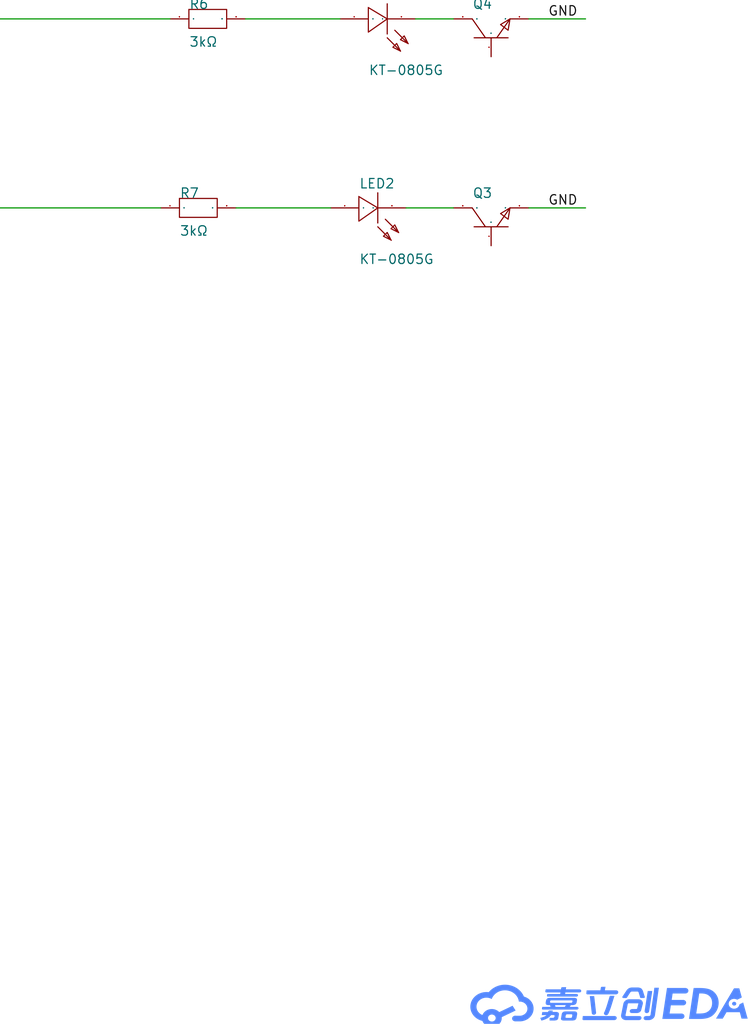
<source format=kicad_sch>
(kicad_sch
	(version 20231120)
	(generator "eeschema")
	(generator_version "8.0")
	(uuid "854cd4ad-d95b-481f-8676-b13ce2d80c88")
	(paper "User" 100.609 137.592)
	(lib_symbols
		(symbol "Signal-blo-easyedapro:0805G (Green)"
			(exclude_from_sim no)
			(in_bom yes)
			(on_board yes)
			(property "Reference" "LED"
				(at 0 0 0)
				(effects
					(font
						(size 1.27 1.27)
					)
				)
			)
			(property "Value" ""
				(at 0 0 0)
				(effects
					(font
						(size 1.27 1.27)
					)
				)
			)
			(property "Footprint" "Signal-blo-easyedapro:LED0805-R-RD"
				(at 0 0 0)
				(effects
					(font
						(size 1.27 1.27)
					)
					(hide yes)
				)
			)
			(property "Datasheet" "https://atta.szlcsc.com/upload/public/pdf/source/20170209/1486607340485.pdf"
				(at 0 0 0)
				(effects
					(font
						(size 1.27 1.27)
					)
					(hide yes)
				)
			)
			(property "Description" "灯头类型:-;发光颜色:翠绿色;正向电压(VF):-;功率:-;正向电流:-;主波长:-;二极管配置:-;透镜颜色:-;色温:-;发光强度:-;发光角度:-;载带方式:-;工作温度:-;"
				(at 0 0 0)
				(effects
					(font
						(size 1.27 1.27)
					)
					(hide yes)
				)
			)
			(property "Manufacturer Part" "KT-0805G"
				(at 0 0 0)
				(effects
					(font
						(size 1.27 1.27)
					)
					(hide yes)
				)
			)
			(property "Manufacturer" "KENTO"
				(at 0 0 0)
				(effects
					(font
						(size 1.27 1.27)
					)
					(hide yes)
				)
			)
			(property "Supplier Part" "C2297"
				(at 0 0 0)
				(effects
					(font
						(size 1.27 1.27)
					)
					(hide yes)
				)
			)
			(property "Supplier" "LCSC"
				(at 0 0 0)
				(effects
					(font
						(size 1.27 1.27)
					)
					(hide yes)
				)
			)
			(property "LCSC Part Name" "0805 翠绿 高亮"
				(at 0 0 0)
				(effects
					(font
						(size 1.27 1.27)
					)
					(hide yes)
				)
			)
			(symbol "0805G (Green)_1_0"
				(polyline
					(pts
						(xy -2.286 1.524) (xy -4.064 3.302)
					)
					(stroke
						(width 0)
						(type default)
					)
					(fill
						(type none)
					)
				)
				(polyline
					(pts
						(xy -1.27 2.032) (xy -1.27 -2.032)
					)
					(stroke
						(width 0)
						(type default)
					)
					(fill
						(type none)
					)
				)
				(polyline
					(pts
						(xy -1.27 2.54) (xy -3.048 4.318)
					)
					(stroke
						(width 0)
						(type default)
					)
					(fill
						(type none)
					)
				)
				(polyline
					(pts
						(xy -4.064 3.302) (xy -3.048 2.794) (xy -3.048 2.794) (xy -3.556 2.286) (xy -3.556 2.286) (xy -4.064 3.302)
					)
					(stroke
						(width 0)
						(type default)
					)
					(fill
						(type none)
					)
				)
				(polyline
					(pts
						(xy -3.048 4.318) (xy -2.032 3.81) (xy -2.032 3.81) (xy -2.54 3.302) (xy -2.54 3.302) (xy -3.048 4.318)
					)
					(stroke
						(width 0)
						(type default)
					)
					(fill
						(type none)
					)
				)
				(polyline
					(pts
						(xy 1.27 -1.524) (xy -1.27 0) (xy -1.27 0) (xy 1.27 1.778) (xy 1.27 1.778) (xy 1.27 -1.524)
					)
					(stroke
						(width 0)
						(type default)
					)
					(fill
						(type none)
					)
				)
				(pin unspecified line
					(at 5.08 0 180)
					(length 3.81)
					(name "A"
						(effects
							(font
								(size 0.0254 0.0254)
							)
						)
					)
					(number "1"
						(effects
							(font
								(size 0.0254 0.0254)
							)
						)
					)
				)
				(pin unspecified line
					(at -5.08 0 0)
					(length 3.81)
					(name "K"
						(effects
							(font
								(size 0.0254 0.0254)
							)
						)
					)
					(number "2"
						(effects
							(font
								(size 0.0254 0.0254)
							)
						)
					)
				)
			)
		)
		(symbol "Signal-blo-easyedapro:Drawing-Symbol_A4"
			(exclude_from_sim no)
			(in_bom yes)
			(on_board yes)
			(property "Reference" ""
				(at 0 0 0)
				(effects
					(font
						(size 1.27 1.27)
					)
				)
			)
			(property "Value" ""
				(at 0 0 0)
				(effects
					(font
						(size 1.27 1.27)
					)
				)
			)
			(property "Footprint" "Signal-blo-easyedapro:"
				(at 0 0 0)
				(effects
					(font
						(size 1.27 1.27)
					)
					(hide yes)
				)
			)
			(property "Datasheet" ""
				(at 0 0 0)
				(effects
					(font
						(size 1.27 1.27)
					)
					(hide yes)
				)
			)
			(property "Description" ""
				(at 0 0 0)
				(effects
					(font
						(size 1.27 1.27)
					)
					(hide yes)
				)
			)
			(symbol "Drawing-Symbol_A4_0_0"
				(polyline
					(pts
						(xy 146.9783 10.146) (xy 146.976 10.1327) (xy 146.973 10.1197) (xy 146.9695 10.1069) (xy 146.9653 10.0944)
						(xy 146.9605 10.082) (xy 146.9552 10.07) (xy 146.9493 10.0583) (xy 146.9428 10.0468) (xy 146.9358 10.0356)
						(xy 146.9283 10.0248) (xy 146.9203 10.0143) (xy 146.9118 10.0042) (xy 146.9029 9.9944) (xy 146.8935 9.985)
						(xy 146.8836 9.976) (xy 146.8733 9.9673) (xy 146.8627 9.9591) (xy 146.8516 9.9514) (xy 146.8402 9.9441)
						(xy 146.8284 9.9372) (xy 146.8163 9.9308) (xy 146.8038 9.9249) (xy 146.7911 9.9195) (xy 146.778 9.9146)
						(xy 146.7647 9.9102) (xy 146.7511 9.9064) (xy 146.7373 9.9031) (xy 146.7233 9.9004) (xy 146.709 9.8983)
						(xy 146.6945 9.8967) (xy 146.6799 9.8958) (xy 146.6651 9.8955) (xy 146.6547 9.8955) (xy 146.6398 9.8959)
						(xy 146.625 9.897) (xy 146.6102 9.899) (xy 146.5956 9.9016) (xy 146.5811 9.905) (xy 146.5668 9.9091)
						(xy 146.5528 9.9138) (xy 146.5391 9.9192) (xy 146.5256 9.9252) (xy 146.5125 9.9318) (xy 146.4999 9.939)
						(xy 146.4876 9.9467) (xy 146.4758 9.955) (xy 146.4646 9.9638) (xy 146.4539 9.973) (xy 146.4438 9.9828)
						(xy 146.434 9.9933) (xy 146.4249 10.0043) (xy 146.4166 10.0158) (xy 146.4089 10.0275) (xy 146.402 10.0397)
						(xy 146.3958 10.0521) (xy 146.3904 10.0648) (xy 146.3856 10.0777) (xy 146.3816 10.0907) (xy 146.3782 10.1039)
						(xy 146.3756 10.1173) (xy 146.3736 10.1306) (xy 146.3724 10.144) (xy 146.3718 10.1574) (xy 146.372 10.1707)
						(xy 146.3728 10.1839) (xy 146.7925 12.8714) (xy 147.4021 12.8714) (xy 146.9783 10.146)
					)
					(stroke
						(width -0.0001)
						(type solid)
					)
					(fill
						(type color)
						(color 85 136 255 1)
					)
				)
				(polyline
					(pts
						(xy 142.3185 12.2147) (xy 142.3164 12.209) (xy 142.2175 11.9012) (xy 142.1192 11.5812) (xy 141.9194 10.9313)
						(xy 141.8159 10.6145) (xy 141.7083 10.3119) (xy 141.5958 10.0302) (xy 141.5373 9.8992) (xy 141.4771 9.7759)
						(xy 141.4663 9.7575) (xy 141.4542 9.7399) (xy 141.4409 9.7233) (xy 141.4266 9.7077) (xy 141.4112 9.693)
						(xy 141.3948 9.6794) (xy 141.3775 9.667) (xy 141.3594 9.6556) (xy 141.3405 9.6454) (xy 141.321 9.6365)
						(xy 141.3008 9.6288) (xy 141.2801 9.6224) (xy 141.2589 9.6174) (xy 141.2373 9.6137) (xy 141.2154 9.6115)
						(xy 141.1932 9.6108) (xy 141.1838 9.6109) (xy 141.1744 9.6115) (xy 141.165 9.6123) (xy 141.1556 9.6134)
						(xy 141.1462 9.6148) (xy 141.1368 9.6164) (xy 141.1274 9.6182) (xy 141.118 9.6203) (xy 141.0867 9.6279)
						(xy 141.0732 9.6328) (xy 141.0602 9.6382) (xy 141.0476 9.6442) (xy 141.0355 9.6508) (xy 141.0239 9.6578)
						(xy 141.0127 9.6653) (xy 141.0021 9.6733) (xy 140.992 9.6817) (xy 140.9823 9.6905) (xy 140.9732 9.6998)
						(xy 140.9647 9.7094) (xy 140.9566 9.7194) (xy 140.9492 9.7297) (xy 140.9422 9.7404) (xy 140.9359 9.7514)
						(xy 140.9301 9.7626) (xy 140.9242 9.7755) (xy 140.9192 9.7886) (xy 140.9148 9.8019) (xy 140.9113 9.8153)
						(xy 140.9086 9.8289) (xy 140.9066 9.8425) (xy 140.9055 9.8561) (xy 140.9051 9.8698) (xy 140.9055 9.8835)
						(xy 140.9066 9.8972) (xy 140.9086 9.9108) (xy 140.9113 9.9243) (xy 140.9148 9.9378) (xy 140.9192 9.951)
						(xy 140.9242 9.9642) (xy 140.9301 9.9771) (xy 140.9842 10.088) (xy 141.0368 10.2068) (xy 141.1382 10.4644)
						(xy 141.2355 10.7434) (xy 141.3297 11.0373) (xy 141.5129 11.6433) (xy 141.604 11.9423) (xy 141.6963 12.2299)
						(xy 142.3226 12.2299) (xy 142.3185 12.2147)
					)
					(stroke
						(width -0.0001)
						(type solid)
					)
					(fill
						(type color)
						(color 85 136 255 1)
					)
				)
				(polyline
					(pts
						(xy 139.8445 9.9733) (xy 139.8455 9.9609) (xy 139.8459 9.9485) (xy 139.8456 9.9362) (xy 139.8447 9.9241)
						(xy 139.8432 9.912) (xy 139.841 9.9001) (xy 139.8383 9.8883) (xy 139.835 9.8766) (xy 139.8311 9.8652)
						(xy 139.8266 9.8539) (xy 139.8216 9.8428) (xy 139.816 9.8319) (xy 139.8099 9.8213) (xy 139.8033 9.8109)
						(xy 139.7962 9.8007) (xy 139.7886 9.7908) (xy 139.7806 9.7812) (xy 139.7721 9.7719) (xy 139.7631 9.763)
						(xy 139.7536 9.7543) (xy 139.7438 9.746) (xy 139.7335 9.738) (xy 139.7229 9.7304) (xy 139.7118 9.7232)
						(xy 139.7004 9.7164) (xy 139.6885 9.71) (xy 139.6764 9.704) (xy 139.6639 9.6985) (xy 139.651 9.6934)
						(xy 139.6379 9.6888) (xy 139.6244 9.6846) (xy 139.6107 9.681) (xy 139.6044 9.6791) (xy 139.5966 9.6778)
						(xy 139.5888 9.6766) (xy 139.5809 9.6756) (xy 139.5731 9.6748) (xy 139.5653 9.6742) (xy 139.5574 9.6738)
						(xy 139.5496 9.6735) (xy 139.5418 9.6734) (xy 139.5287 9.6736) (xy 139.5159 9.6744) (xy 139.5032 9.6756)
						(xy 139.4907 9.6772) (xy 139.4784 9.6794) (xy 139.4664 9.6819) (xy 139.4546 9.6849) (xy 139.443 9.6884)
						(xy 139.4316 9.6922) (xy 139.4206 9.6965) (xy 139.4098 9.7012) (xy 139.3993 9.7063) (xy 139.3891 9.7118)
						(xy 139.3792 9.7177) (xy 139.3696 9.724) (xy 139.3604 9.7306) (xy 139.3515 9.7376) (xy 139.343 9.7449)
						(xy 139.3349 9.7526) (xy 139.3271 9.7606) (xy 139.3197 9.769) (xy 139.3128 9.7776) (xy 139.3063 9.7866)
						(xy 139.3002 9.7959) (xy 139.2945 9.8055) (xy 139.2893 9.8154) (xy 139.2846 9.8255) (xy 139.2803 9.836)
						(xy 139.2765 9.8467) (xy 139.2733 9.8576) (xy 139.2705 9.8688) (xy 139.2683 9.8803) (xy 139.2683 9.8898)
						(xy 139.0011 12.1844) (xy 139.0011 12.1863) (xy 139.5919 12.1863) (xy 139.8445 9.9733)
					)
					(stroke
						(width -0.0001)
						(type solid)
					)
					(fill
						(type color)
						(color 85 136 255 1)
					)
				)
				(polyline
					(pts
						(xy 142.3562 9.5079) (xy 142.3709 9.5068) (xy 142.3853 9.505) (xy 142.3996 9.5024) (xy 142.4136 9.4992)
						(xy 142.4275 9.4953) (xy 142.4411 9.4907) (xy 142.4544 9.4855) (xy 142.4675 9.4797) (xy 142.4803 9.4733)
						(xy 142.4928 9.4662) (xy 142.5049 9.4586) (xy 142.5168 9.4505) (xy 142.5283 9.4418) (xy 142.5394 9.4326)
						(xy 142.5502 9.4229) (xy 142.5597 9.4123) (xy 142.5685 9.4014) (xy 142.5766 9.39) (xy 142.5841 9.3783)
						(xy 142.5909 9.3662) (xy 142.597 9.3538) (xy 142.6024 9.3412) (xy 142.6071 9.3282) (xy 142.611 9.315)
						(xy 142.6142 9.3016) (xy 142.6166 9.288) (xy 142.6183 9.2742) (xy 142.6192 9.2603) (xy 142.6193 9.2462)
						(xy 142.6185 9.2321) (xy 142.617 9.2179) (xy 142.6149 9.2046) (xy 142.6126 9.1915) (xy 142.6097 9.1787)
						(xy 142.6061 9.166) (xy 142.6019 9.1535) (xy 142.5971 9.1413) (xy 142.5917 9.1293) (xy 142.5858 9.1176)
						(xy 142.5793 9.1062) (xy 142.5722 9.0951) (xy 142.5647 9.0843) (xy 142.5567 9.0738) (xy 142.5482 9.0636)
						(xy 142.5392 9.0538) (xy 142.5298 9.0444) (xy 142.52 9.0353) (xy 142.5097 9.0267) (xy 142.4991 9.0184)
						(xy 142.4882 9.0106) (xy 142.4768 9.0032) (xy 142.4652 8.9963) (xy 142.4532 8.9899) (xy 142.4409 8.9839)
						(xy 142.4284 8.9784) (xy 142.4156 8.9735) (xy 142.4025 8.9691) (xy 142.3892 8.9652) (xy 142.3758 8.9618)
						(xy 142.3621 8.9591) (xy 142.3483 8.9569) (xy 142.3343 8.9554) (xy 142.3202 8.9544) (xy 142.3059 8.9541)
						(xy 138.1576 8.9541) (xy 138.1502 8.9543) (xy 138.143 8.9548) (xy 138.1358 8.9556) (xy 138.1288 8.9567)
						(xy 138.122 8.9582) (xy 138.1152 8.96) (xy 138.1087 8.962) (xy 138.1023 8.9643) (xy 138.0961 8.9669)
						(xy 138.09 8.9698) (xy 138.0842 8.9729) (xy 138.0785 8.9763) (xy 138.073 8.9799) (xy 138.0678 8.9837)
						(xy 138.0627 8.9878) (xy 138.0579 8.992) (xy 138.0533 8.9965) (xy 138.049 9.0012) (xy 138.0449 9.006)
						(xy 138.0411 9.011) (xy 138.0375 9.0162) (xy 138.0342 9.0215) (xy 138.0312 9.0269) (xy 138.0284 9.0326)
						(xy 138.026 9.0383) (xy 138.0238 9.0441) (xy 138.022 9.0501) (xy 138.0205 9.0562) (xy 138.0193 9.0623)
						(xy 138.0184 9.0686) (xy 138.0179 9.0749) (xy 138.0177 9.0812) (xy 138.0177 9.0831) (xy 138.0156 9.0831)
						(xy 138.0595 9.5083) (xy 142.3414 9.5083) (xy 142.3562 9.5079)
					)
					(stroke
						(width -0.0001)
						(type solid)
					)
					(fill
						(type color)
						(color 85 136 255 1)
					)
				)
				(polyline
					(pts
						(xy 159.4399 12.0041) (xy 158.8178 11.6928) (xy 158.7955 11.7067) (xy 158.7727 11.7197) (xy 158.7492 11.732)
						(xy 158.7252 11.7435) (xy 158.7007 11.7542) (xy 158.6757 11.764) (xy 158.6501 11.773) (xy 158.6241 11.7811)
						(xy 158.5977 11.7883) (xy 158.5708 11.7946) (xy 158.5436 11.7999) (xy 158.5159 11.8044) (xy 158.488 11.8078)
						(xy 158.4597 11.8103) (xy 158.4311 11.8119) (xy 158.4023 11.8124) (xy 158.3649 11.8115) (xy 158.3281 11.809)
						(xy 158.2917 11.8048) (xy 158.256 11.7989) (xy 158.2209 11.7916) (xy 158.1864 11.7826) (xy 158.1527 11.7723)
						(xy 158.1197 11.7604) (xy 158.0875 11.7472) (xy 158.0562 11.7326) (xy 158.0257 11.7167) (xy 157.9963 11.6995)
						(xy 157.9678 11.681) (xy 157.9403 11.6614) (xy 157.914 11.6407) (xy 157.8887 11.6188) (xy 157.8647 11.5958)
						(xy 157.8418 11.5719) (xy 157.8202 11.5469) (xy 157.8 11.521) (xy 157.781 11.4942) (xy 157.7635 11.4666)
						(xy 157.7475 11.4381) (xy 157.7329 11.4088) (xy 157.7199 11.3788) (xy 157.7085 11.3482) (xy 157.6987 11.3168)
						(xy 157.6905 11.2849) (xy 157.6842 11.2524) (xy 157.6795 11.2194) (xy 157.6767 11.1858) (xy 157.6758 11.1519)
						(xy 157.6767 11.1179) (xy 157.6795 11.0844) (xy 157.6842 11.0514) (xy 157.6905 11.0189) (xy 157.6987 10.987)
						(xy 157.7085 10.9556) (xy 157.7199 10.9249) (xy 157.7329 10.895) (xy 157.7475 10.8657) (xy 157.7635 10.8372)
						(xy 157.781 10.8096) (xy 157.8 10.7828) (xy 157.8202 10.7569) (xy 157.8418 10.7319) (xy 157.8647 10.7079)
						(xy 157.8887 10.685) (xy 157.914 10.6631) (xy 157.9403 10.6424) (xy 157.9678 10.6227) (xy 157.9963 10.6043)
						(xy 158.0257 10.5871) (xy 158.0562 10.5712) (xy 158.0875 10.5566) (xy 158.1197 10.5434) (xy 158.1527 10.5315)
						(xy 158.1864 10.5211) (xy 158.2209 10.5122) (xy 158.256 10.5048) (xy 158.2917 10.499) (xy 158.3281 10.4948)
						(xy 158.3649 10.4923) (xy 158.4023 10.4914) (xy 158.4371 10.4922) (xy 158.4715 10.4944) (xy 158.5055 10.4981)
						(xy 158.5389 10.5031) (xy 158.5718 10.5096) (xy 158.6042 10.5174) (xy 158.6359 10.5265) (xy 158.6669 10.5369)
						(xy 158.6973 10.5485) (xy 158.727 10.5613) (xy 158.7559 10.5753) (xy 158.7841 10.5904) (xy 158.8114 10.6066)
						(xy 158.8378 10.6239) (xy 158.8634 10.6422) (xy 158.888 10.6615) (xy 158.9116 10.6818) (xy 158.9342 10.703)
						(xy 158.9558 10.7251) (xy 158.9763 10.748) (xy 158.9957 10.7718) (xy 159.0139 10.7964) (xy 159.0309 10.8217)
						(xy 159.0467 10.8477) (xy 159.0613 10.8744) (xy 159.0745 10.9018) (xy 159.0864 10.9298) (xy 159.097 10.9584)
						(xy 159.1061 10.9875) (xy 159.1138 11.0172) (xy 159.12 11.0473) (xy 159.1247 11.0779) (xy 159.6257 11.3284)
						(xy 160.2249 9.1534) (xy 159.4065 9.1534) (xy 159.1685 10.0207) (xy 157.3877 10.0207) (xy 156.8783 9.1534)
						(xy 155.9701 9.1534) (xy 158.394 13.232) (xy 159.1038 13.232) (xy 159.4399 12.0041)
					)
					(stroke
						(width -0.0001)
						(type solid)
					)
					(fill
						(type color)
						(color 85 136 255 1)
					)
				)
				(polyline
					(pts
						(xy 158.4338 11.4201) (xy 158.4481 11.419) (xy 158.4622 11.4172) (xy 158.476 11.4148) (xy 158.4896 11.4118)
						(xy 158.5029 11.4082) (xy 158.516 11.4041) (xy 158.5287 11.3994) (xy 158.5412 11.3941) (xy 158.5532 11.3883)
						(xy 158.565 11.3821) (xy 158.5763 11.3753) (xy 158.5873 11.368) (xy 158.5979 11.3603) (xy 158.608 11.3522)
						(xy 158.6177 11.3436) (xy 158.6269 11.3346) (xy 158.6357 11.3252) (xy 158.6439 11.3155) (xy 158.6516 11.3053)
						(xy 158.6589 11.2949) (xy 158.6655 11.2841) (xy 158.6716 11.273) (xy 158.6771 11.2616) (xy 158.682 11.2499)
						(xy 158.6863 11.2379) (xy 158.69 11.2258) (xy 158.693 11.2133) (xy 158.6953 11.2007) (xy 158.6969 11.1878)
						(xy 158.6979 11.1748) (xy 158.6981 11.1616) (xy 158.6976 11.1485) (xy 158.6963 11.1355) (xy 158.6944 11.1227)
						(xy 158.6918 11.1101) (xy 158.6885 11.0977) (xy 158.6845 11.0856) (xy 158.68 11.0737) (xy 158.6748 11.0621)
						(xy 158.669 11.0508) (xy 158.6627 11.0398) (xy 158.6557 11.0292) (xy 158.6483 11.0189) (xy 158.6403 11.0089)
						(xy 158.6318 10.9993) (xy 158.6229 10.9901) (xy 158.6134 10.9813) (xy 158.6035 10.9729) (xy 158.5932 10.9649)
						(xy 158.5825 10.9574) (xy 158.5714 10.9504) (xy 158.5598 10.9438) (xy 158.548 10.9378) (xy 158.5358 10.9322)
						(xy 158.5232 10.9272) (xy 158.5104 10.9228) (xy 158.4972 10.9189) (xy 158.4838 10.9156) (xy 158.4701 10.9128)
						(xy 158.4562 10.9107) (xy 158.4421 10.9092) (xy 158.4278 10.9084) (xy 158.4133 10.9082) (xy 158.3988 10.9086)
						(xy 158.3845 10.9098) (xy 158.3704 10.9115) (xy 158.3565 10.9139) (xy 158.3429 10.9169) (xy 158.3296 10.9205)
						(xy 158.3166 10.9247) (xy 158.3038 10.9294) (xy 158.2914 10.9346) (xy 158.2793 10.9404) (xy 158.2676 10.9467)
						(xy 158.2562 10.9534) (xy 158.2453 10.9607) (xy 158.2347 10.9684) (xy 158.2246 10.9766) (xy 158.2149 10.9851)
						(xy 158.2057 10.9941) (xy 158.1969 11.0035) (xy 158.1887 11.0133) (xy 158.1809 11.0234) (xy 158.1737 11.0338)
						(xy 158.1671 11.0446) (xy 158.161 11.0557) (xy 158.1554 11.0672) (xy 158.1505 11.0788) (xy 158.1462 11.0908)
						(xy 158.1426 11.103) (xy 158.1396 11.1154) (xy 158.1373 11.128) (xy 158.1356 11.1409) (xy 158.1347 11.1539)
						(xy 158.1345 11.1671) (xy 158.135 11.1803) (xy 158.1362 11.1933) (xy 158.1382 11.2061) (xy 158.1408 11.2187)
						(xy 158.1441 11.231) (xy 158.148 11.2432) (xy 158.1526 11.255) (xy 158.1578 11.2666) (xy 158.1636 11.2779)
						(xy 158.1699 11.2889) (xy 158.1768 11.2995) (xy 158.1843 11.3099) (xy 158.1922 11.3198) (xy 158.2007 11.3294)
						(xy 158.2097 11.3386) (xy 158.2191 11.3474) (xy 158.229 11.3558) (xy 158.2393 11.3638) (xy 158.2501 11.3713)
						(xy 158.2612 11.3783) (xy 158.2727 11.3849) (xy 158.2846 11.3909) (xy 158.2968 11.3965) (xy 158.3093 11.4015)
						(xy 158.3222 11.4059) (xy 158.3353 11.4099) (xy 158.3488 11.4132) (xy 158.3624 11.4159) (xy 158.3763 11.418)
						(xy 158.3905 11.4195) (xy 158.4048 11.4204) (xy 158.4193 11.4206) (xy 158.4338 11.4201)
					)
					(stroke
						(width -0.0001)
						(type solid)
					)
					(fill
						(type color)
						(color 85 136 255 1)
					)
				)
				(polyline
					(pts
						(xy 147.7653 9.6354) (xy 147.7561 9.5831) (xy 147.7432 9.532) (xy 147.7269 9.4824) (xy 147.7072 9.4344)
						(xy 147.6842 9.388) (xy 147.6581 9.3433) (xy 147.6288 9.3005) (xy 147.5965 9.2597) (xy 147.5613 9.2208)
						(xy 147.5233 9.1842) (xy 147.4825 9.1497) (xy 147.4392 9.1177) (xy 147.3933 9.088) (xy 147.3449 9.0609)
						(xy 147.2942 9.0365) (xy 147.2413 9.0148) (xy 147.2236 9.0073) (xy 147.2058 9.0002) (xy 147.1878 8.9937)
						(xy 147.1696 8.9877) (xy 147.1512 8.9822) (xy 147.1326 8.9773) (xy 147.1139 8.9728) (xy 147.0949 8.9688)
						(xy 147.0757 8.9653) (xy 147.0563 8.9623) (xy 147.0366 8.9598) (xy 147.0167 8.9577) (xy 146.9966 8.9561)
						(xy 146.9761 8.955) (xy 146.9554 8.9543) (xy 146.9344 8.9541) (xy 146.519 8.9541) (xy 146.5041 8.9545)
						(xy 146.4893 8.9557) (xy 146.4745 8.9576) (xy 146.4599 8.9603) (xy 146.4454 8.9636) (xy 146.4311 8.9677)
						(xy 146.4171 8.9724) (xy 146.4034 8.9778) (xy 146.3899 8.9838) (xy 146.3768 8.9904) (xy 146.3642 8.9976)
						(xy 146.3519 9.0053) (xy 146.3401 9.0136) (xy 146.3289 9.0224) (xy 146.3182 9.0317) (xy 146.3081 9.0414)
						(xy 146.2986 9.0519) (xy 146.2898 9.0628) (xy 146.2817 9.0741) (xy 146.2742 9.0857) (xy 146.2674 9.0976)
						(xy 146.2613 9.1098) (xy 146.2559 9.1223) (xy 146.2512 9.1351) (xy 146.2473 9.1481) (xy 146.2441 9.1614)
						(xy 146.2416 9.1748) (xy 146.24 9.1885) (xy 146.2391 9.2023) (xy 146.239 9.2162) (xy 146.2397 9.2303)
						(xy 146.2413 9.2445) (xy 146.2434 9.254) (xy 146.2457 9.267) (xy 146.2486 9.2799) (xy 146.2523 9.2926)
						(xy 146.2565 9.305) (xy 146.2613 9.3173) (xy 146.2668 9.3292) (xy 146.2728 9.3409) (xy 146.2794 9.3524)
						(xy 146.2865 9.3635) (xy 146.2941 9.3743) (xy 146.3023 9.3848) (xy 146.3109 9.3949) (xy 146.32 9.4047)
						(xy 146.3295 9.4142) (xy 146.3395 9.4232) (xy 146.3499 9.4319) (xy 146.3606 9.4401) (xy 146.3717 9.448)
						(xy 146.3832 9.4553) (xy 146.3951 9.4622) (xy 146.4072 9.4687) (xy 146.4197 9.4747) (xy 146.4324 9.4801)
						(xy 146.4454 9.4851) (xy 146.4586 9.4895) (xy 146.4721 9.4934) (xy 146.4857 9.4967) (xy 146.4996 9.4995)
						(xy 146.5136 9.5016) (xy 146.5278 9.5032) (xy 146.5421 9.5042) (xy 146.5565 9.5045) (xy 146.972 9.5045)
						(xy 146.9813 9.5047) (xy 146.9903 9.5052) (xy 146.9991 9.5061) (xy 147.0077 9.5074) (xy 147.0162 9.509)
						(xy 147.0244 9.511) (xy 147.0325 9.5134) (xy 147.0404 9.5161) (xy 147.0481 9.5192) (xy 147.0557 9.5227)
						(xy 147.0632 9.5266) (xy 147.0706 9.5309) (xy 147.0779 9.5356) (xy 147.0851 9.5406) (xy 147.0923 9.5461)
						(xy 147.0993 9.5519) (xy 147.1066 9.5591) (xy 147.1135 9.5665) (xy 147.1201 9.574) (xy 147.1263 9.5816)
						(xy 147.1321 9.5894) (xy 147.1376 9.5972) (xy 147.1427 9.6052) (xy 147.1474 9.6131) (xy 147.1517 9.6212)
						(xy 147.1556 9.6292) (xy 147.1591 9.6373) (xy 147.1622 9.6453) (xy 147.1649 9.6534) (xy 147.1671 9.6614)
						(xy 147.1689 9.6693) (xy 147.1703 9.6772) (xy 147.686 13.3098) (xy 148.2893 13.3098) (xy 147.7653 9.6354)
					)
					(stroke
						(width -0.0001)
						(type solid)
					)
					(fill
						(type color)
						(color 85 136 255 1)
					)
				)
				(polyline
					(pts
						(xy 141.0303 12.9587) (xy 142.5439 12.9587) (xy 142.5599 12.9584) (xy 142.5756 12.9573) (xy 142.5911 12.9555)
						(xy 142.6063 12.9531) (xy 142.6212 12.9499) (xy 142.6358 12.946) (xy 142.6501 12.9414) (xy 142.664 12.9362)
						(xy 142.6775 12.9302) (xy 142.6906 12.9236) (xy 142.7032 12.9163) (xy 142.7154 12.9083) (xy 142.7271 12.8996)
						(xy 142.7382 12.8902) (xy 142.7489 12.8802) (xy 142.759 12.8695) (xy 142.7684 12.859) (xy 142.7772 12.8481)
						(xy 142.7852 12.8368) (xy 142.7926 12.8252) (xy 142.7992 12.8133) (xy 142.8051 12.801) (xy 142.8103 12.7884)
						(xy 142.8148 12.7756) (xy 142.8185 12.7625) (xy 142.8216 12.7491) (xy 142.8238 12.7355) (xy 142.8253 12.7217)
						(xy 142.8261 12.7076) (xy 142.826 12.6934) (xy 142.8252 12.6791) (xy 142.8237 12.6645) (xy 142.8237 12.6607)
						(xy 142.8214 12.6477) (xy 142.8185 12.6348) (xy 142.8149 12.6222) (xy 142.8107 12.6098) (xy 142.806 12.5977)
						(xy 142.8006 12.5858) (xy 142.7947 12.5742) (xy 142.7883 12.5629) (xy 142.7813 12.552) (xy 142.7738 12.5413)
						(xy 142.7657 12.531) (xy 142.7573 12.521) (xy 142.7483 12.5113) (xy 142.7389 12.5021) (xy 142.729 12.4932)
						(xy 142.7188 12.4847) (xy 142.7081 12.4766) (xy 142.697 12.469) (xy 142.6856 12.4618) (xy 142.6738 12.4551)
						(xy 142.6617 12.4488) (xy 142.6493 12.443) (xy 142.6365 12.4376) (xy 142.6235 12.4328) (xy 142.6101 12.4285)
						(xy 142.5965 12.4248) (xy 142.5827 12.4215) (xy 142.5687 12.4189) (xy 142.5544 12.4168) (xy 142.54 12.4152)
						(xy 142.5253 12.4143) (xy 142.5105 12.414) (xy 138.6733 12.414) (xy 138.6733 12.4159) (xy 138.6661 12.4163)
						(xy 138.659 12.4169) (xy 138.652 12.4179) (xy 138.6452 12.4191) (xy 138.6385 12.4207) (xy 138.6319 12.4225)
						(xy 138.6254 12.4246) (xy 138.6192 12.427) (xy 138.613 12.4296) (xy 138.6071 12.4325) (xy 138.6013 12.4356)
						(xy 138.5957 12.439) (xy 138.5903 12.4426) (xy 138.5852 12.4464) (xy 138.5802 12.4504) (xy 138.5754 12.4546)
						(xy 138.5709 12.459) (xy 138.5666 12.4636) (xy 138.5625 12.4684) (xy 138.5587 12.4733) (xy 138.5552 12.4784)
						(xy 138.5519 12.4837) (xy 138.5489 12.4891) (xy 138.5462 12.4946) (xy 138.5437 12.5003) (xy 138.5416 12.5061)
						(xy 138.5398 12.512) (xy 138.5382 12.5181) (xy 138.5371 12.5242) (xy 138.5362 12.5304) (xy 138.5357 12.5367)
						(xy 138.5355 12.5431) (xy 138.5355 12.5499) (xy 138.5356 12.5531) (xy 138.5358 12.5561) (xy 138.536 12.5591)
						(xy 138.5362 12.5606) (xy 138.5364 12.562) (xy 138.5366 12.5635) (xy 138.5369 12.5649) (xy 138.5372 12.5663)
						(xy 138.5376 12.5677) (xy 138.5772 12.9568) (xy 140.4228 12.9587) (xy 140.4917 13.325) (xy 140.4926 13.331)
						(xy 140.4938 13.3369) (xy 140.4953 13.3427) (xy 140.4971 13.3484) (xy 140.4991 13.3539) (xy 140.5014 13.3593)
						(xy 140.5039 13.3646) (xy 140.5067 13.3697) (xy 140.5097 13.3747) (xy 140.513 13.3796) (xy 140.5165 13.3843)
						(xy 140.5201 13.3888) (xy 140.524 13.3932) (xy 140.5281 13.3974) (xy 140.5324 13.4014) (xy 140.5368 13.4052)
						(xy 140.5415 13.4089) (xy 140.5463 13.4123) (xy 140.5513 13.4155) (xy 140.5564 13.4186) (xy 140.5617 13.4214)
						(xy 140.5671 13.424) (xy 140.5726 13.4264) (xy 140.5783 13.4286) (xy 140.5841 13.4305) (xy 140.59 13.4322)
						(xy 140.596 13.4336) (xy 140.6021 13.4348) (xy 140.6083 13.4358) (xy 140.6146 13.4365) (xy 140.621 13.4369)
						(xy 140.6274 13.437) (xy 141.1097 13.437) (xy 141.0303 12.9587)
					)
					(stroke
						(width -0.0001)
						(type solid)
					)
					(fill
						(type color)
						(color 85 136 255 1)
					)
				)
				(polyline
					(pts
						(xy 133.9675 10.0549) (xy 134.4623 10.0549) (xy 134.4906 10.0545) (xy 134.5177 10.0533) (xy 134.5438 10.0514)
						(xy 134.5687 10.0486) (xy 134.5926 10.0451) (xy 134.6154 10.0408) (xy 134.6372 10.0357) (xy 134.6578 10.0297)
						(xy 134.6774 10.023) (xy 134.6959 10.0155) (xy 134.7134 10.0072) (xy 134.7298 9.998) (xy 134.7451 9.9881)
						(xy 134.7593 9.9773) (xy 134.7725 9.9657) (xy 134.7846 9.9533) (xy 134.7957 9.9401) (xy 134.8057 9.9261)
						(xy 134.8147 9.9112) (xy 134.8226 9.8955) (xy 134.8294 9.8789) (xy 134.8352 9.8616) (xy 134.84 9.8433)
						(xy 134.8437 9.8243) (xy 134.8464 9.8044) (xy 134.848 9.7836) (xy 134.8486 9.762) (xy 134.8482 9.7396)
						(xy 134.8467 9.7162) (xy 134.8442 9.6921) (xy 134.8406 9.667) (xy 134.836 9.6411) (xy 134.7692 9.2881)
						(xy 134.7663 9.2625) (xy 134.7626 9.2379) (xy 134.758 9.2143) (xy 134.7527 9.1918) (xy 134.7465 9.1702)
						(xy 134.7394 9.1496) (xy 134.7315 9.1299) (xy 134.7228 9.1112) (xy 134.7131 9.0934) (xy 134.7026 9.0765)
						(xy 134.6912 9.0605) (xy 134.6788 9.0454) (xy 134.6655 9.0311) (xy 134.6513 9.0177) (xy 134.6361 9.0051)
						(xy 134.62 8.9932) (xy 134.6028 8.9822) (xy 134.5847 8.9719) (xy 134.5656 8.9624) (xy 134.5455 8.9536)
						(xy 134.5243 8.9455) (xy 134.5021 8.9381) (xy 134.4788 8.9314) (xy 134.4545 8.9254) (xy 134.4291 8.92)
						(xy 134.4026 8.9153) (xy 134.3463 8.9076) (xy 134.2856 8.9022) (xy 134.2202 8.899) (xy 133.5938 8.899)
						(xy 133.5938 9.2634) (xy 133.9822 9.2634) (xy 134.0112 9.264) (xy 134.0381 9.2657) (xy 134.063 9.2685)
						(xy 134.086 9.2723) (xy 134.107 9.2771) (xy 134.1262 9.2829) (xy 134.1438 9.2896) (xy 134.1596 9.2971)
						(xy 134.1739 9.3056) (xy 134.1867 9.3148) (xy 134.1981 9.3248) (xy 134.2082 9.3355) (xy 134.2171 9.3469)
						(xy 134.2247 9.359) (xy 134.2313 9.3717) (xy 134.2369 9.3849) (xy 134.264 9.495) (xy 134.2663 9.5039)
						(xy 134.268 9.5126) (xy 134.2692 9.521) (xy 134.2698 9.5291) (xy 134.2698 9.5369) (xy 134.2694 9.5444)
						(xy 134.2683 9.5517) (xy 134.2667 9.5587) (xy 134.2646 9.5654) (xy 134.2619 9.5718) (xy 134.2587 9.5779)
						(xy 134.2549 9.5838) (xy 134.2506 9.5893) (xy 134.2457 9.5946) (xy 134.2402 9.5996) (xy 134.2343 9.6044)
						(xy 134.2277 9.6088) (xy 134.2206 9.613) (xy 134.213 9.6168) (xy 134.2048 9.6204) (xy 134.1961 9.6237)
						(xy 134.1868 9.6267) (xy 134.1769 9.6295) (xy 134.1665 9.6319) (xy 134.1556 9.6341) (xy 134.1441 9.6359)
						(xy 134.1321 9.6375) (xy 134.1195 9.6388) (xy 134.1063 9.6398) (xy 134.0926 9.6406) (xy 134.0784 9.641)
						(xy 134.0636 9.6411) (xy 133.7964 9.6411) (xy 133.747 9.5746) (xy 133.6944 9.5116) (xy 133.6383 9.4519)
						(xy 133.5785 9.3953) (xy 133.5148 9.3416) (xy 133.4471 9.2906) (xy 133.375 9.2422) (xy 133.2984 9.1961)
						(xy 133.2172 9.1521) (xy 133.131 9.11) (xy 133.0398 9.0698) (xy 132.9432 9.031) (xy 132.8411 8.9936)
						(xy 132.7334 8.9574) (xy 132.6197 8.9221) (xy 132.4999 8.8877) (xy 132.3391 9.2521) (xy 132.4883 9.2951)
						(xy 132.6174 9.3348) (xy 132.6756 9.3541) (xy 132.7302 9.3734) (xy 132.7817 9.393) (xy 132.8305 9.4131)
						(xy 132.8772 9.4342) (xy 132.9221 9.4564) (xy 132.9658 9.48) (xy 133.0088 9.5053) (xy 133.0515 9.5327)
						(xy 133.0943 9.5624) (xy 133.1379 9.5946) (xy 133.1826 9.6297) (xy 132.5416 9.6297) (xy 132.6084 10.0435)
						(xy 133.3976 10.0435) (xy 133.3977 10.0461) (xy 133.3982 10.0495) (xy 133.3989 10.0537) (xy 133.4 10.0587)
						(xy 133.403 10.0709) (xy 133.4073 10.0857) (xy 133.4099 10.094) (xy 133.4128 10.1028) (xy 133.416 10.1122)
						(xy 133.4196 10.122) (xy 133.4235 10.1322) (xy 133.4278 10.1428) (xy 133.4323 10.1537) (xy 133.4373 10.165)
						(xy 133.4386 10.1696) (xy 133.4401 10.1741) (xy 133.4419 10.1785) (xy 133.4438 10.1828) (xy 133.446 10.187)
						(xy 133.4484 10.1912) (xy 133.451 10.1952) (xy 133.4538 10.1991) (xy 133.4568 10.2029) (xy 133.46 10.2066)
						(xy 133.4633 10.2102) (xy 133.4668 10.2137) (xy 133.4704 10.217) (xy 133.4742 10.2202) (xy 133.4781 10.2233)
						(xy 133.4822 10.2262) (xy 133.4863 10.2289) (xy 133.4906 10.2316) (xy 133.495 10.234) (xy 133.4995 10.2364)
						(xy 133.5041 10.2385) (xy 133.5087 10.2405) (xy 133.5135 10.2423) (xy 133.5183 10.244) (xy 133.5232 10.2454)
						(xy 133.5281 10.2467) (xy 133.5331 10.2478) (xy 133.5381 10.2487) (xy 133.5431 10.2494) (xy 133.5482 10.25)
						(xy 133.5533 10.2503) (xy 133.5584 10.2504) (xy 134.026 10.2504) (xy 133.9675 10.0549)
					)
					(stroke
						(width -0.0001)
						(type solid)
					)
					(fill
						(type color)
						(color 85 136 255 1)
					)
				)
				(polyline
					(pts
						(xy 153.8138 13.2729) (xy 153.9352 13.2704) (xy 154.0526 13.2662) (xy 154.1658 13.2602) (xy 154.275 13.2526)
						(xy 154.38 13.2433) (xy 154.481 13.2322) (xy 154.5778 13.2195) (xy 154.6706 13.205) (xy 154.7593 13.1888)
						(xy 154.844 13.1709) (xy 154.9245 13.1513) (xy 155.001 13.1299) (xy 155.0734 13.1069) (xy 155.1417 13.0821)
						(xy 155.206 13.0555) (xy 155.2675 13.0271) (xy 155.3276 12.9968) (xy 155.3863 12.9645) (xy 155.4435 12.9303)
						(xy 155.4993 12.894) (xy 155.5537 12.8559) (xy 155.6066 12.8158) (xy 155.658 12.7737) (xy 155.7079 12.7296)
						(xy 155.7564 12.6836) (xy 155.8034 12.6357) (xy 155.8489 12.5858) (xy 155.893 12.5339) (xy 155.9355 12.4801)
						(xy 155.9765 12.4243) (xy 156.016 12.3666) (xy 156.0536 12.3073) (xy 156.0887 12.2469) (xy 156.1215 12.1854)
						(xy 156.1518 12.1228) (xy 156.1798 12.059) (xy 156.2053 11.9941) (xy 156.2284 11.9281) (xy 156.2491 11.861)
						(xy 156.2673 11.7927) (xy 156.2832 11.7233) (xy 156.2966 11.6528) (xy 156.3076 11.5811) (xy 156.3161 11.5083)
						(xy 156.3222 11.4343) (xy 156.3259 11.3591) (xy 156.3271 11.2828) (xy 156.3258 11.2049) (xy 156.322 11.1277)
						(xy 156.3156 11.0512) (xy 156.3066 10.9754) (xy 156.2951 10.9004) (xy 156.281 10.826) (xy 156.2642 10.7524)
						(xy 156.2449 10.6795) (xy 156.2229 10.6074) (xy 156.1983 10.536) (xy 156.1711 10.4653) (xy 156.1413 10.3954)
						(xy 156.1087 10.3262) (xy 156.0735 10.2578) (xy 156.0357 10.1901) (xy 155.9952 10.1232) (xy 155.9533 10.0585)
						(xy 155.9101 9.996) (xy 155.8655 9.9357) (xy 155.8195 9.8777) (xy 155.772 9.8218) (xy 155.7232 9.7682)
						(xy 155.673 9.7169) (xy 155.6214 9.6677) (xy 155.5685 9.6208) (xy 155.5142 9.5761) (xy 155.4585 9.5336)
						(xy 155.4015 9.4933) (xy 155.3432 9.4553) (xy 155.2835 9.4195) (xy 155.2224 9.3859) (xy 155.1601 9.3545)
						(xy 155.0955 9.3252) (xy 155.0279 9.2978) (xy 154.9573 9.2722) (xy 154.8837 9.2485) (xy 154.807 9.2267)
						(xy 154.7272 9.2068) (xy 154.6444 9.1887) (xy 154.5585 9.1726) (xy 154.4696 9.1583) (xy 154.3776 9.1459)
						(xy 154.2826 9.1355) (xy 154.1845 9.1269) (xy 154.0833 9.1202) (xy 153.979 9.1154) (xy 153.8717 9.1126)
						(xy 153.7613 9.1116) (xy 152.3375 9.1116) (xy 152.4471 9.8404) (xy 153.3124 9.8404) (xy 153.5964 9.8404)
						(xy 153.7543 9.8421) (xy 153.9009 9.8471) (xy 153.9699 9.8508) (xy 154.0361 9.8552) (xy 154.0995 9.8605)
						(xy 154.16 9.8665) (xy 154.2177 9.8733) (xy 154.2726 9.8808) (xy 154.3246 9.8891) (xy 154.3738 9.8981)
						(xy 154.4201 9.9078) (xy 154.4636 9.9182) (xy 154.5043 9.9292) (xy 154.5421 9.941) (xy 154.5931 9.9592)
						(xy 154.6428 9.9791) (xy 154.6912 10.0005) (xy 154.7382 10.0236) (xy 154.784 10.0482) (xy 154.8284 10.0745)
						(xy 154.8716 10.1023) (xy 154.9134 10.1318) (xy 154.954 10.1628) (xy 154.9933 10.1955) (xy 155.0312 10.2297)
						(xy 155.0679 10.2656) (xy 155.1033 10.303) (xy 155.1374 10.3421) (xy 155.1703 10.3827) (xy 155.2018 10.425)
						(xy 155.2318 10.4683) (xy 155.2598 10.5129) (xy 155.286 10.5587) (xy 155.3101 10.6057) (xy 155.3324 10.654)
						(xy 155.3527 10.7035) (xy 155.371 10.7543) (xy 155.3874 10.8062) (xy 155.4017 10.8594) (xy 155.4141 10.9138)
						(xy 155.4245 10.9695) (xy 155.4329 11.0263) (xy 155.4392 11.0844) (xy 155.4435 11.1436) (xy 155.4458 11.2041)
						(xy 155.4461 11.2658) (xy 155.4454 11.3169) (xy 155.4433 11.3669) (xy 155.4399 11.416) (xy 155.4351 11.464)
						(xy 155.429 11.5109) (xy 155.4214 11.5569) (xy 155.4125 11.6017) (xy 155.4022 11.6456) (xy 155.3906 11.6884)
						(xy 155.3776 11.7302) (xy 155.3632 11.7709) (xy 155.3474 11.8105) (xy 155.3303 11.8491) (xy 155.3118 11.8866)
						(xy 155.2919 11.9231) (xy 155.2707 11.9585) (xy 155.2482 11.9929) (xy 155.2246 12.0262) (xy 155.1999 12.0586)
						(xy 155.1741 12.0899) (xy 155.1471 12.1202) (xy 155.119 12.1495) (xy 155.0899 12.1779) (xy 155.0596 12.2052)
						(xy 155.0282 12.2316) (xy 154.9957 12.257) (xy 154.9622 12.2815) (xy 154.9275 12.3049) (xy 154.8918 12.3275)
						(xy 154.8549 12.349) (xy 154.817 12.3697) (xy 154.778 12.3893) (xy 154.7373 12.4079) (xy 154.6949 12.4253)
						(xy 154.6509 12.4414) (xy 154.6053 12.4563) (xy 154.5581 12.47) (xy 154.5093 12.4824) (xy 154.4588 12.4937)
						(xy 154.4067 12.5037) (xy 154.3529 12.5125) (xy 154.2975 12.5202) (xy 154.2404 12.5266) (xy 154.1817 12.5319)
						(xy 154.1214 12.536) (xy 154.0594 12.5389) (xy 153.9957 12.5406) (xy 153.9304 12.5412) (xy 153.7154 12.5412)
						(xy 153.3124 9.8404) (xy 152.4471 9.8404) (xy 152.9638 13.2738) (xy 153.6882 13.2738) (xy 153.8138 13.2729)
					)
					(stroke
						(width -0.0001)
						(type solid)
					)
					(fill
						(type color)
						(color 85 136 255 1)
					)
				)
				(polyline
					(pts
						(xy 151.8718 13.2771) (xy 151.8924 13.2757) (xy 151.9126 13.2733) (xy 151.9326 13.2701) (xy 151.9521 13.2659)
						(xy 151.9714 13.261) (xy 151.9902 13.2551) (xy 152.0086 13.2485) (xy 152.0265 13.2411) (xy 152.044 13.2329)
						(xy 152.061 13.224) (xy 152.0774 13.2143) (xy 152.0934 13.204) (xy 152.1087 13.1929) (xy 152.1234 13.1812)
						(xy 152.1376 13.1689) (xy 152.151 13.156) (xy 152.1638 13.1425) (xy 152.1759 13.1284) (xy 152.1873 13.1137)
						(xy 152.1979 13.0986) (xy 152.2078 13.0829) (xy 152.2168 13.0668) (xy 152.225 13.0502) (xy 152.2324 13.0332)
						(xy 152.2389 13.0157) (xy 152.2445 12.9979) (xy 152.2492 12.9797) (xy 152.2529 12.9612) (xy 152.2557 12.9423)
						(xy 152.2574 12.9231) (xy 152.2581 12.9037) (xy 152.2576 12.8848) (xy 152.256 12.8661) (xy 152.2534 12.8477)
						(xy 152.2499 12.8296) (xy 152.2454 12.8118) (xy 152.2399 12.7943) (xy 152.2335 12.7772) (xy 152.2263 12.7605)
						(xy 152.2181 12.7442) (xy 152.2092 12.7283) (xy 152.1994 12.7129) (xy 152.1889 12.6979) (xy 152.1776 12.6835)
						(xy 152.1655 12.6696) (xy 152.1528 12.6562) (xy 152.1394 12.6434) (xy 152.1253 12.6312) (xy 152.1106 12.6197)
						(xy 152.0953 12.6087) (xy 152.0794 12.5984) (xy 152.063 12.5889) (xy 152.046 12.58) (xy 152.0286 12.5718)
						(xy 152.0106 12.5645) (xy 151.9922 12.5579) (xy 151.9734 12.5521) (xy 151.9542 12.5471) (xy 151.9346 12.543)
						(xy 151.9147 12.5397) (xy 151.8945 12.5374) (xy 151.8739 12.536) (xy 151.8531 12.5355) (xy 150.1412 12.5336)
						(xy 150.0096 11.67) (xy 151.6151 11.67) (xy 151.633 11.667) (xy 151.6505 11.6633) (xy 151.6678 11.6588)
						(xy 151.6848 11.6538) (xy 151.7014 11.648) (xy 151.7176 11.6416) (xy 151.7335 11.6346) (xy 151.749 11.627)
						(xy 151.764 11.6188) (xy 151.7787 11.61) (xy 151.7928 11.6007) (xy 151.8065 11.5909) (xy 151.8197 11.5805)
						(xy 151.8324 11.5696) (xy 151.8446 11.5583) (xy 151.8562 11.5464) (xy 151.8673 11.5341) (xy 151.8778 11.5214)
						(xy 151.8877 11.5083) (xy 151.8969 11.4948) (xy 151.9056 11.4809) (xy 151.9136 11.4666) (xy 151.9209 11.452)
						(xy 151.9275 11.437) (xy 151.9334 11.4218) (xy 151.9386 11.4062) (xy 151.943 11.3904) (xy 151.9467 11.3742)
						(xy 151.9495 11.3579) (xy 151.9516 11.3413) (xy 151.9529 11.3245) (xy 151.9533 11.3075) (xy 151.9528 11.2886)
						(xy 151.9512 11.2699) (xy 151.9486 11.2515) (xy 151.9451 11.2334) (xy 151.9405 11.2156) (xy 151.9351 11.1981)
						(xy 151.9287 11.181) (xy 151.9214 11.1643) (xy 151.9133 11.148) (xy 151.9044 11.1321) (xy 151.8946 11.1167)
						(xy 151.8841 11.1018) (xy 151.8728 11.0873) (xy 151.8607 11.0734) (xy 151.848 11.0601) (xy 151.8346 11.0473)
						(xy 151.8205 11.0351) (xy 151.8058 11.0235) (xy 151.7905 11.0126) (xy 151.7746 11.0023) (xy 151.7582 10.9927)
						(xy 151.7412 10.9838) (xy 151.7238 10.9757) (xy 151.7058 10.9683) (xy 151.6874 10.9617) (xy 151.6686 10.9559)
						(xy 151.6494 10.9509) (xy 151.6298 10.9468) (xy 151.6099 10.9436) (xy 151.5897 10.9412) (xy 151.5691 10.9398)
						(xy 151.5483 10.9393) (xy 149.899 10.9412) (xy 149.7299 9.8385) (xy 151.3312 9.8404) (xy 151.3516 9.84)
						(xy 151.3718 9.8386) (xy 151.3917 9.8363) (xy 151.4112 9.8331) (xy 151.4305 9.8291) (xy 151.4494 9.8242)
						(xy 151.4679 9.8185) (xy 151.486 9.8121) (xy 151.5036 9.8048) (xy 151.5208 9.7969) (xy 151.5375 9.7882)
						(xy 151.5537 9.7788) (xy 151.5693 9.7687) (xy 151.5844 9.758) (xy 151.5989 9.7466) (xy 151.6127 9.7346)
						(xy 151.626 9.722) (xy 151.6385 9.7089) (xy 151.6504 9.6952) (xy 151.6616 9.681) (xy 151.672 9.6663)
						(xy 151.6816 9.6511) (xy 151.6904 9.6355) (xy 151.6984 9.6194) (xy 151.7056 9.6029) (xy 151.7119 9.5861)
						(xy 151.7173 9.5688) (xy 151.7218 9.5513) (xy 151.7253 9.5333) (xy 151.7279 9.5151) (xy 151.7294 9.4967)
						(xy 151.7299 9.4779) (xy 151.7294 9.4595) (xy 151.7279 9.4414) (xy 151.7254 9.4235) (xy 151.722 9.4058)
						(xy 151.7176 9.3885) (xy 151.7123 9.3715) (xy 151.7061 9.3548) (xy 151.6991 9.3385) (xy 151.6913 9.3226)
						(xy 151.6826 9.3071) (xy 151.6732 9.2921) (xy 151.663 9.2775) (xy 151.6521 9.2634) (xy 151.6404 9.2497)
						(xy 151.6281 9.2366) (xy 151.6151 9.2241) (xy 151.6015 9.2121) (xy 151.5872 9.2007) (xy 151.5724 9.1899)
						(xy 151.557 9.1797) (xy 151.5411 9.1702) (xy 151.5247 9.1614) (xy 151.5077 9.1533) (xy 151.4904 9.1459)
						(xy 151.4725 9.1392) (xy 151.4543 9.1334) (xy 151.4356 9.1283) (xy 151.4166 9.124) (xy 151.3973 9.1205)
						(xy 151.3776 9.1179) (xy 151.3577 9.1162) (xy 151.3374 9.1154) (xy 148.7549 9.1154) (xy 149.3812 13.2776)
						(xy 151.851 13.2776) (xy 151.8718 13.2771)
					)
					(stroke
						(width -0.0001)
						(type solid)
					)
					(fill
						(type color)
						(color 85 136 255 1)
					)
				)
				(polyline
					(pts
						(xy 135.7734 13.0916) (xy 137.619 13.0916) (xy 137.6314 13.0913) (xy 137.6437 13.0903) (xy 137.6558 13.0887)
						(xy 137.6676 13.0866) (xy 137.6793 13.0839) (xy 137.6907 13.0805) (xy 137.7018 13.0767) (xy 137.7127 13.0723)
						(xy 137.7232 13.0674) (xy 137.7335 13.062) (xy 137.7434 13.0561) (xy 137.753 13.0497) (xy 137.7622 13.0429)
						(xy 137.7711 13.0357) (xy 137.7795 13.028) (xy 137.7876 13.0199) (xy 137.7952 13.0115) (xy 137.8023 13.0026)
						(xy 137.8091 12.9934) (xy 137.8153 12.9839) (xy 137.821 12.974) (xy 137.8262 12.9639) (xy 137.8309 12.9534)
						(xy 137.8351 12.9427) (xy 137.8386 12.9316) (xy 137.8416 12.9204) (xy 137.8441 12.9089) (xy 137.8458 12.8972)
						(xy 137.847 12.8853) (xy 137.8475 12.8733) (xy 137.8474 12.861) (xy 137.8465 12.8486) (xy 137.8451 12.8396)
						(xy 137.8433 12.8308) (xy 137.8409 12.8221) (xy 137.8381 12.8135) (xy 137.8349 12.8051) (xy 137.8313 12.7969)
						(xy 137.8272 12.7889) (xy 137.8227 12.7811) (xy 137.8179 12.7735) (xy 137.8126 12.7661) (xy 137.807 12.759)
						(xy 137.801 12.7521) (xy 137.7946 12.7454) (xy 137.7879 12.739) (xy 137.7808 12.7328) (xy 137.7735 12.7269)
						(xy 137.7658 12.7213) (xy 137.7578 12.716) (xy 137.7495 12.711) (xy 137.7409 12.7064) (xy 137.732 12.702)
						(xy 137.7229 12.698) (xy 137.7135 12.6943) (xy 137.7039 12.6909) (xy 137.694 12.6879) (xy 137.6839 12.6853)
						(xy 137.6735 12.6831) (xy 137.663 12.6812) (xy 137.6523 12.6797) (xy 137.6414 12.6787) (xy 137.6303 12.678)
						(xy 137.619 12.6778) (xy 135.7192 12.6778) (xy 135.6795 12.471) (xy 137.2181 12.471) (xy 137.2294 12.4707)
						(xy 137.2405 12.4698) (xy 137.2514 12.4685) (xy 137.262 12.4666) (xy 137.2724 12.4642) (xy 137.2826 12.4613)
						(xy 137.2925 12.4579) (xy 137.3021 12.4541) (xy 137.3114 12.4498) (xy 137.3204 12.4451) (xy 137.3291 12.44)
						(xy 137.3374 12.4345) (xy 137.3454 12.4286) (xy 137.3529 12.4224) (xy 137.3601 12.4158) (xy 137.3669 12.4088)
						(xy 137.3732 12.4015) (xy 137.3791 12.3939) (xy 137.3846 12.3861) (xy 137.3895 12.3779) (xy 137.394 12.3695)
						(xy 137.3979 12.3608) (xy 137.4014 12.352) (xy 137.4043 12.3428) (xy 137.4066 12.3335) (xy 137.4084 12.324)
						(xy 137.4095 12.3144) (xy 137.4101 12.3046) (xy 137.4101 12.2946) (xy 137.4094 12.2845) (xy 137.408 12.2744)
						(xy 137.406 12.2641) (xy 137.4047 12.2561) (xy 137.4029 12.2484) (xy 137.4007 12.2407) (xy 137.3982 12.2333)
						(xy 137.3953 12.226) (xy 137.3921 12.2189) (xy 137.3885 12.212) (xy 137.3846 12.2052) (xy 137.3804 12.1987)
						(xy 137.3758 12.1923) (xy 137.371 12.1862) (xy 137.3658 12.1803) (xy 137.3604 12.1746) (xy 137.3548 12.1692)
						(xy 137.3488 12.164) (xy 137.3426 12.159) (xy 137.3362 12.1543) (xy 137.3295 12.1498) (xy 137.3227 12.1456)
						(xy 137.3156 12.1417) (xy 137.3083 12.138) (xy 137.3008 12.1346) (xy 137.2932 12.1316) (xy 137.2854 12.1288)
						(xy 137.2774 12.1263) (xy 137.2693 12.1241) (xy 137.261 12.1223) (xy 137.2527 12.1207) (xy 137.2442 12.1195)
						(xy 137.2356 12.1186) (xy 137.2269 12.1181) (xy 137.2181 12.1179) (xy 133.3663 12.1179) (xy 133.3589 12.1181)
						(xy 133.3517 12.1186) (xy 133.3447 12.1195) (xy 133.3378 12.1207) (xy 133.3311 12.1222) (xy 133.3246 12.124)
						(xy 133.3183 12.1261) (xy 133.3121 12.1286) (xy 133.3062 12.1313) (xy 133.3005 12.1342) (xy 133.295 12.1375)
						(xy 133.2898 12.141) (xy 133.2848 12.1447) (xy 133.28 12.1487) (xy 133.2755 12.1529) (xy 133.2713 12.1573)
						(xy 133.2673 12.162) (xy 133.2636 12.1668) (xy 133.2602 12.1718) (xy 133.2571 12.1771) (xy 133.2543 12.1825)
						(xy 133.2517 12.188) (xy 133.2495 12.1937) (xy 133.2477 12.1996) (xy 133.2461 12.2056) (xy 133.2449 12.2118)
						(xy 133.2441 12.218) (xy 133.2435 12.2244) (xy 133.2434 12.2309) (xy 133.2436 12.2374) (xy 133.2442 12.2441)
						(xy 133.2452 12.2508) (xy 133.2849 12.4691) (xy 135.0239 12.4691) (xy 135.0636 12.6759) (xy 133.1512 12.6759)
						(xy 133.1438 12.6765) (xy 133.1365 12.6774) (xy 133.1293 12.6788) (xy 133.1222 12.6805) (xy 133.1152 12.6825)
						(xy 133.1084 12.6849) (xy 133.1017 12.6876) (xy 133.0952 12.6906) (xy 133.0888 12.6939) (xy 133.0826 12.6975)
						(xy 133.0767 12.7013) (xy 133.0709 12.7054) (xy 133.0654 12.7097) (xy 133.0601 12.7142) (xy 133.055 12.719)
						(xy 133.0503 12.7239) (xy 133.0457 12.7289) (xy 133.0415 12.7341) (xy 133.0376 12.7395) (xy 133.034 12.745)
						(xy 133.0307 12.7505) (xy 133.0278 12.7562) (xy 133.0252 12.7619) (xy 133.0229 12.7677) (xy 133.0211 12.7736)
						(xy 133.0196 12.7795) (xy 133.0186 12.7854) (xy 133.0179 12.7912) (xy 133.0177 12.7971) (xy 133.0179 12.803)
						(xy 133.0186 12.8088) (xy 133.0197 12.8145) (xy 133.074 13.0935) (xy 135.1325 13.0935) (xy 135.1596 13.2871)
						(xy 135.1609 13.2927) (xy 135.1625 13.2982) (xy 135.1642 13.3035) (xy 135.1662 13.3087) (xy 135.1684 13.3137)
						(xy 135.1708 13.3186) (xy 135.1734 13.3233) (xy 135.1762 13.3278) (xy 135.1792 13.3322) (xy 135.1823 13.3364)
						(xy 135.1857 13.3405) (xy 135.1891 13.3444) (xy 135.1928 13.3481) (xy 135.1966 13.3517) (xy 135.2005 13.355)
						(xy 135.2045 13.3582) (xy 135.2087 13.3613) (xy 135.213 13.3641) (xy 135.2174 13.3668) (xy 135.2219 13.3692)
						(xy 135.2264 13.3715) (xy 135.2311 13.3736) (xy 135.2359 13.3756) (xy 135.2407 13.3773) (xy 135.2455 13.3788)
						(xy 135.2505 13.3801) (xy 135.2554 13.3813) (xy 135.2605 13.3822) (xy 135.2655 13.3829) (xy 135.2706 13.3834)
						(xy 135.2756 13.3838) (xy 135.2807 13.3839) (xy 135.8277 13.3839) (xy 135.7734 13.0916)
					)
					(stroke
						(width -0.0001)
						(type solid)
					)
					(fill
						(type color)
						(color 85 136 255 1)
					)
				)
				(polyline
					(pts
						(xy 136.9497 10.1266) (xy 136.9747 10.1255) (xy 136.9988 10.1235) (xy 137.0219 10.1208) (xy 137.044 10.1173)
						(xy 137.0652 10.113) (xy 137.0855 10.1079) (xy 137.1049 10.1021) (xy 137.1233 10.0954) (xy 137.1408 10.088)
						(xy 137.1574 10.0798) (xy 137.173 10.0709) (xy 137.1878 10.0611) (xy 137.2016 10.0506) (xy 137.2145 10.0392)
						(xy 137.2265 10.0271) (xy 137.2376 10.0142) (xy 137.2478 10.0006) (xy 137.2571 9.9861) (xy 137.2655 9.9709)
						(xy 137.273 9.9548) (xy 137.2796 9.938) (xy 137.2853 9.9204) (xy 137.2902 9.902) (xy 137.2941 9.8828)
						(xy 137.2972 9.8629) (xy 137.2994 9.8421) (xy 137.3008 9.8206) (xy 137.3008 9.7751) (xy 137.2975 9.7265)
						(xy 137.2181 9.2881) (xy 137.2067 9.2398) (xy 137.1927 9.195) (xy 137.1759 9.1538) (xy 137.1665 9.1345)
						(xy 137.1564 9.116) (xy 137.1456 9.0984) (xy 137.134 9.0816) (xy 137.1217 9.0656) (xy 137.1086 9.0504)
						(xy 137.0948 9.036) (xy 137.0802 9.0224) (xy 137.0647 9.0096) (xy 137.0485 8.9975) (xy 137.0315 8.9862)
						(xy 137.0136 8.9756) (xy 136.9949 8.9657) (xy 136.9753 8.9566) (xy 136.9548 8.9482) (xy 136.9335 8.9404)
						(xy 136.8881 8.927) (xy 136.8391 8.9162) (xy 136.7863 8.9081) (xy 136.7297 8.9024) (xy 136.6691 8.899)
						(xy 135.5333 8.899) (xy 135.4732 8.9003) (xy 135.445 8.9019) (xy 135.418 8.9042) (xy 135.3923 8.9071)
						(xy 135.3677 8.9107) (xy 135.3444 8.915) (xy 135.3224 8.92) (xy 135.3015 8.9256) (xy 135.2818 8.932)
						(xy 135.2633 8.939) (xy 135.2461 8.9468) (xy 135.23 8.9553) (xy 135.2151 8.9645) (xy 135.2014 8.9745)
						(xy 135.1889 8.9852) (xy 135.1775 8.9966) (xy 135.1673 9.0088) (xy 135.1583 9.0218) (xy 135.1505 9.0356)
						(xy 135.1438 9.0501) (xy 135.1382 9.0654) (xy 135.1338 9.0815) (xy 135.1305 9.0984) (xy 135.1284 9.1161)
						(xy 135.1274 9.1347) (xy 135.1276 9.154) (xy 135.1288 9.1742) (xy 135.1312 9.1953) (xy 135.1347 9.2171)
						(xy 135.1393 9.2399) (xy 135.145 9.2634) (xy 135.1593 9.3488) (xy 135.7225 9.3488) (xy 135.7227 9.3415)
						(xy 135.7236 9.3345) (xy 135.725 9.3278) (xy 135.7269 9.3214) (xy 135.7295 9.3153) (xy 135.7326 9.3094)
						(xy 135.7363 9.3039) (xy 135.7406 9.2986) (xy 135.7454 9.2936) (xy 135.7507 9.2888) (xy 135.7566 9.2844)
						(xy 135.7631 9.2802) (xy 135.77 9.2764) (xy 135.7775 9.2728) (xy 135.7856 9.2695) (xy 135.7941 9.2665)
						(xy 135.8032 9.2637) (xy 135.8127 9.2613) (xy 135.8334 9.2573) (xy 135.856 9.2544) (xy 135.8806 9.2526)
						(xy 135.907 9.2521) (xy 136.429 9.2521) (xy 136.439 9.2522) (xy 136.4488 9.2528) (xy 136.4584 9.2537)
						(xy 136.4677 9.2549) (xy 136.4768 9.2565) (xy 136.4856 9.2584) (xy 136.4941 9.2607) (xy 136.5024 9.2633)
						(xy 136.5104 9.2662) (xy 136.5181 9.2695) (xy 136.5256 9.2731) (xy 136.5328 9.2771) (xy 136.5398 9.2814)
						(xy 136.5464 9.286) (xy 136.5528 9.2909) (xy 136.5589 9.2962) (xy 136.5648 9.3018) (xy 136.5703 9.3077)
						(xy 136.5756 9.3139) (xy 136.5805 9.3205) (xy 136.5852 9.3273) (xy 136.5896 9.3345) (xy 136.5937 9.342)
						(xy 136.5975 9.3497) (xy 136.601 9.3578) (xy 136.6042 9.3662) (xy 136.6071 9.3749) (xy 136.6097 9.3839)
						(xy 136.6139 9.4028) (xy 136.6169 9.4229) (xy 136.644 9.5937) (xy 136.6461 9.6026) (xy 136.6478 9.6113)
						(xy 136.6491 9.6196) (xy 136.6499 9.6277) (xy 136.6502 9.6355) (xy 136.6502 9.643) (xy 136.6497 9.6502)
						(xy 136.6489 9.6571) (xy 136.6476 9.6637) (xy 136.646 9.6701) (xy 136.6439 9.6762) (xy 136.6415 9.682)
						(xy 136.6387 9.6875) (xy 136.6355 9.6927) (xy 136.632 9.6977) (xy 136.6281 9.7023) (xy 136.6239 9.7067)
						(xy 136.6193 9.7109) (xy 136.6144 9.7147) (xy 136.6091 9.7183) (xy 136.6036 9.7216) (xy 136.5977 9.7246)
						(xy 136.5915 9.7273) (xy 136.585 9.7298) (xy 136.5782 9.732) (xy 136.5711 9.7339) (xy 136.5638 9.7356)
						(xy 136.5561 9.737) (xy 136.5482 9.7381) (xy 136.54 9.7389) (xy 136.5316 9.7395) (xy 136.5229 9.7398)
						(xy 135.9739 9.7398) (xy 135.9628 9.7397) (xy 135.952 9.7391) (xy 135.9414 9.7382) (xy 135.9311 9.737)
						(xy 135.9209 9.7354) (xy 135.9111 9.7335) (xy 135.9015 9.7312) (xy 135.8921 9.7286) (xy 135.8831 9.7257)
						(xy 135.8743 9.7224) (xy 135.8657 9.7188) (xy 135.8575 9.7148) (xy 135.8495 9.7105) (xy 135.8419 9.7059)
						(xy 135.8345 9.701) (xy 135.8275 9.6957) (xy 135.8207 9.6901) (xy 135.8143 9.6842) (xy 135.8082 9.678)
						(xy 135.8024 9.6714) (xy 135.797 9.6646) (xy 135.7919 9.6574) (xy 135.7871 9.6499) (xy 135.7827 9.6421)
						(xy 135.7787 9.6341) (xy 135.775 9.6257) (xy 135.7717 9.617) (xy 135.7688 9.608) (xy 135.7662 9.5987)
						(xy 135.7641 9.5891) (xy 135.7623 9.5792) (xy 135.7609 9.569) (xy 135.7338 9.3982) (xy 135.7304 9.3893)
						(xy 135.7276 9.3806) (xy 135.7254 9.3722) (xy 135.7238 9.3641) (xy 135.7229 9.3563) (xy 135.7225 9.3488)
						(xy 135.1593 9.3488) (xy 135.2244 9.7379) (xy 135.2334 9.7845) (xy 135.2391 9.8067) (xy 135.2456 9.8282)
						(xy 135.2529 9.849) (xy 135.261 9.869) (xy 135.2698 9.8883) (xy 135.2795 9.9068) (xy 135.2899 9.9246)
						(xy 135.3012 9.9417) (xy 135.3132 9.958) (xy 135.326 9.9736) (xy 135.3396 9.9885) (xy 135.354 10.0026)
						(xy 135.3692 10.0159) (xy 135.3851 10.0286) (xy 135.4018 10.0404) (xy 135.4194 10.0515) (xy 135.4377 10.0619)
						(xy 135.4567 10.0715) (xy 135.4766 10.0803) (xy 135.4972 10.0884) (xy 135.5187 10.0957) (xy 135.5408 10.1022)
						(xy 135.5638 10.108) (xy 135.5876 10.1131) (xy 135.6121 10.1173) (xy 135.6374 10.1208) (xy 135.6903 10.1255)
						(xy 135.7463 10.127) (xy 136.9238 10.127) (xy 136.9497 10.1266)
					)
					(stroke
						(width -0.0001)
						(type solid)
					)
					(fill
						(type color)
						(color 85 136 255 1)
					)
				)
				(polyline
					(pts
						(xy 145.4432 13.3436) (xy 145.4792 13.3423) (xy 145.5142 13.3402) (xy 145.5481 13.3373) (xy 145.581 13.3336)
						(xy 145.6128 13.329) (xy 145.6438 13.3236) (xy 145.6737 13.3174) (xy 145.7027 13.3105) (xy 145.7307 13.3027)
						(xy 145.7578 13.2941) (xy 145.784 13.2848) (xy 145.8094 13.2746) (xy 145.8338 13.2637) (xy 145.8574 13.2521)
						(xy 145.8801 13.2396) (xy 145.8906 13.232) (xy 145.9095 13.218) (xy 145.928 13.2029) (xy 145.9461 13.1867)
						(xy 145.9637 13.1695) (xy 145.9809 13.1514) (xy 145.9976 13.1322) (xy 146.0139 13.112) (xy 146.0296 13.0909)
						(xy 146.045 13.0688) (xy 146.0598 13.0457) (xy 146.0742 13.0218) (xy 146.0881 12.9969) (xy 146.1016 12.9711)
						(xy 146.1145 12.9444) (xy 146.127 12.9169) (xy 146.139 12.8885) (xy 146.1411 12.8847) (xy 146.3937 12.0876)
						(xy 146.3916 12.0876) (xy 146.3931 12.0833) (xy 146.3943 12.079) (xy 146.3954 12.0747) (xy 146.3963 12.0703)
						(xy 146.397 12.0658) (xy 146.3975 12.0612) (xy 146.3978 12.0564) (xy 146.3979 12.0515) (xy 146.3977 12.045)
						(xy 146.3971 12.0385) (xy 146.3963 12.0322) (xy 146.395 12.026) (xy 146.3935 12.0199) (xy 146.3916 12.0139)
						(xy 146.3894 12.008) (xy 146.3869 12.0023) (xy 146.3841 11.9968) (xy 146.381 11.9913) (xy 146.3777 11.9861)
						(xy 146.3741 11.981) (xy 146.3702 11.9761) (xy 146.3661 11.9714) (xy 146.3617 11.9669) (xy 146.3572 11.9625)
						(xy 146.3524 11.9584) (xy 146.3473 11.9545) (xy 146.3421 11.9508) (xy 146.3367 11.9474) (xy 146.3311 11.9441)
						(xy 146.3253 11.9412) (xy 146.3194 11.9384) (xy 146.3133 11.9359) (xy 146.3071 11.9337) (xy 146.3007 11.9318)
						(xy 146.2942 11.9301) (xy 146.2876 11.9288) (xy 146.2808 11.9277) (xy 146.274 11.9269) (xy 146.2671 11.9264)
						(xy 146.2601 11.9262) (xy 146.2577 11.9263) (xy 146.2554 11.9263) (xy 146.2542 11.9264) (xy 146.253 11.9264)
						(xy 146.2519 11.9266) (xy 146.2507 11.9267) (xy 146.2495 11.9269) (xy 146.2483 11.9272) (xy 146.2472 11.9275)
						(xy 146.246 11.9279) (xy 146.2448 11.9283) (xy 146.2436 11.9288) (xy 146.2425 11.9294) (xy 146.2413 11.93)
						(xy 146.2413 11.9281) (xy 145.8008 11.9281) (xy 145.5607 12.6873) (xy 145.5582 12.694) (xy 145.5554 12.7006)
						(xy 145.5524 12.7072) (xy 145.5491 12.7135) (xy 145.5455 12.7198) (xy 145.5417 12.7259) (xy 145.5377 12.7318)
						(xy 145.5335 12.7376) (xy 145.5291 12.7432) (xy 145.5246 12.7486) (xy 145.5198 12.7538) (xy 145.5149 12.7588)
						(xy 145.5098 12.7636) (xy 145.5046 12.7682) (xy 145.4993 12.7725) (xy 145.4939 12.7765) (xy 145.4897 12.7789)
						(xy 145.485 12.7812) (xy 145.4798 12.7834) (xy 145.4741 12.7854) (xy 145.4679 12.7873) (xy 145.4613 12.789)
						(xy 145.4542 12.7905) (xy 145.4466 12.7919) (xy 145.4387 12.7932) (xy 145.4304 12.7943) (xy 145.4216 12.7952)
						(xy 145.4126 12.796) (xy 145.4031 12.7966) (xy 145.3933 12.797) (xy 145.3728 12.7974) (xy 144.6922 12.7974)
						(xy 144.6806 12.7973) (xy 144.6692 12.797) (xy 144.6581 12.7964) (xy 144.6473 12.7956) (xy 144.6368 12.7946)
						(xy 144.6266 12.7934) (xy 144.6167 12.792) (xy 144.6071 12.7903) (xy 144.5979 12.7884) (xy 144.589 12.7863)
						(xy 144.5805 12.7839) (xy 144.5724 12.7814) (xy 144.5647 12.7786) (xy 144.5574 12.7756) (xy 144.5504 12.7724)
						(xy 144.544 12.7689) (xy 144.5358 12.7641) (xy 144.5277 12.759) (xy 144.5198 12.7535) (xy 144.512 12.7477)
						(xy 144.5043 12.7416) (xy 144.4967 12.7353) (xy 144.4893 12.7286) (xy 144.4821 12.7217) (xy 144.4751 12.7146)
						(xy 144.4682 12.7072) (xy 144.4615 12.6996) (xy 144.455 12.6918) (xy 144.4487 12.6838) (xy 144.4427 12.6756)
						(xy 144.4368 12.6673) (xy 144.4312 12.6589) (xy 144.4291 12.6551) (xy 144.3412 12.5227) (xy 144.2472 12.3794)
						(xy 144.0638 12.0952) (xy 144.0533 12.08) (xy 144.0004 12.0031) (xy 143.9744 11.9647) (xy 143.949 11.9262)
						(xy 143.5126 11.9262) (xy 143.5054 11.9264) (xy 143.4983 11.9269) (xy 143.4914 11.9277) (xy 143.4845 11.9288)
						(xy 143.4778 11.9302) (xy 143.4712 11.932) (xy 143.4648 11.9339) (xy 143.4585 11.9362) (xy 143.4524 11.9387)
						(xy 143.4464 11.9415) (xy 143.4407 11.9446) (xy 143.4351 11.9479) (xy 143.4297 11.9514) (xy 143.4245 11.9551)
						(xy 143.4195 11.9591) (xy 143.4148 11.9633) (xy 143.4102 11.9676) (xy 143.4059 11.9722) (xy 143.4019 11.9769)
						(xy 143.3981 11.9819) (xy 143.3945 11.9869) (xy 143.3912 11.9922) (xy 143.3882 11.9976) (xy 143.3855 12.0031)
						(xy 143.3831 12.0088) (xy 143.3809 12.0146) (xy 143.3791 12.0205) (xy 143.3776 12.0265) (xy 143.3764 12.0326)
						(xy 143.3755 12.0388) (xy 143.375 12.0451) (xy 143.3748 12.0515) (xy 143.3749 12.0554) (xy 143.3751 12.0593)
						(xy 143.3755 12.0631) (xy 143.376 12.0668) (xy 143.3766 12.0705) (xy 143.3774 12.0742) (xy 143.3783 12.0778)
						(xy 143.3793 12.0814) (xy 143.3804 12.0849) (xy 143.3817 12.0884) (xy 143.383 12.0919) (xy 143.3845 12.0953)
						(xy 143.3861 12.0986) (xy 143.3878 12.102) (xy 143.3896 12.1052) (xy 143.3915 12.1085) (xy 143.3895 12.1103)
						(xy 143.9197 12.9151) (xy 143.9364 12.9407) (xy 143.9537 12.9656) (xy 143.9715 12.9898) (xy 143.9898 13.0133)
						(xy 144.0086 13.036) (xy 144.028 13.058) (xy 144.0478 13.0793) (xy 144.0682 13.0999) (xy 144.0891 13.1197)
						(xy 144.1105 13.1388) (xy 144.1325 13.1572) (xy 144.1549 13.1748) (xy 144.1778 13.1916) (xy 144.2013 13.2077)
						(xy 144.2252 13.2231) (xy 144.2496 13.2377) (xy 144.2731 13.2505) (xy 144.2975 13.2624) (xy 144.3228 13.2736)
						(xy 144.3489 13.284) (xy 144.3759 13.2935) (xy 144.4037 13.3022) (xy 144.4323 13.3101) (xy 144.4618 13.3172)
						(xy 144.492 13.3235) (xy 144.5231 13.3289) (xy 144.5549 13.3335) (xy 144.5875 13.3373) (xy 144.6209 13.3402)
						(xy 144.6551 13.3423) (xy 144.69 13.3436) (xy 144.7256 13.344) (xy 145.4062 13.344) (xy 145.4432 13.3436)
					)
					(stroke
						(width -0.0001)
						(type solid)
					)
					(fill
						(type color)
						(color 85 136 255 1)
					)
				)
				(polyline
					(pts
						(xy 136.9125 11.9525) (xy 136.9398 11.9514) (xy 136.966 11.9496) (xy 136.9911 11.9471) (xy 137.0151 11.9439)
						(xy 137.0381 11.94) (xy 137.0599 11.9354) (xy 137.0807 11.93) (xy 137.1004 11.924) (xy 137.1191 11.9172)
						(xy 137.1367 11.9098) (xy 137.1532 11.9016) (xy 137.1687 11.8927) (xy 137.1832 11.8831) (xy 137.1966 11.8728)
						(xy 137.209 11.8617) (xy 137.2204 11.85) (xy 137.2307 11.8375) (xy 137.2401 11.8244) (xy 137.2485 11.8105)
						(xy 137.2558 11.7959) (xy 137.2622 11.7806) (xy 137.2675 11.7646) (xy 137.2719 11.7478) (xy 137.2753 11.7304)
						(xy 137.2778 11.7123) (xy 137.2793 11.6934) (xy 137.2798 11.6738) (xy 137.2794 11.6535) (xy 137.278 11.6325)
						(xy 137.2757 11.6108) (xy 137.2724 11.5884) (xy 137.2328 11.3569) (xy 137.2234 11.3103) (xy 137.2174 11.2881)
						(xy 137.2104 11.2666) (xy 137.2024 11.2458) (xy 137.1936 11.2258) (xy 137.1838 11.2065) (xy 137.1731 11.188)
						(xy 137.1614 11.1702) (xy 137.1488 11.1531) (xy 137.1354 11.1368) (xy 137.121 11.1212) (xy 137.1057 11.1063)
						(xy 137.0894 11.0922) (xy 137.0723 11.0789) (xy 137.0542 11.0662) (xy 137.0353 11.0544) (xy 137.0155 11.0433)
						(xy 136.9947 11.0329) (xy 136.973 11.0233) (xy 136.9505 11.0145) (xy 136.9271 11.0064) (xy 136.8775 10.9926)
						(xy 136.8244 10.9817) (xy 136.7678 10.974) (xy 136.7076 10.9693) (xy 136.644 10.9678) (xy 136.4436 10.9678)
						(xy 136.4406 10.9585) (xy 136.437 10.9492) (xy 136.4329 10.9399) (xy 136.4283 10.9304) (xy 136.4233 10.9208)
						(xy 136.4179 10.9111) (xy 136.406 10.8909) (xy 136.379 10.8472) (xy 136.3645 10.823) (xy 136.3496 10.797)
						(xy 136.3468 10.7924) (xy 136.3436 10.7878) (xy 136.3403 10.7832) (xy 136.3368 10.7787) (xy 136.3331 10.7743)
						(xy 136.3293 10.7699) (xy 136.3255 10.7657) (xy 136.3217 10.7616) (xy 136.3179 10.7577) (xy 136.3142 10.754)
						(xy 136.3071 10.7471) (xy 136.3007 10.7411) (xy 136.2954 10.7362) (xy 137.2849 10.7362) (xy 137.2962 10.7359)
						(xy 137.3074 10.735) (xy 137.3185 10.7334) (xy 137.3294 10.7313) (xy 137.3401 10.7287) (xy 137.3506 10.7254)
						(xy 137.3609 10.7217) (xy 137.371 10.7175) (xy 137.3807 10.7129) (xy 137.3902 10.7078) (xy 137.3993 10.7022)
						(xy 137.4081 10.6963) (xy 137.4165 10.69) (xy 137.4245 10.6834) (xy 137.432 10.6764) (xy 137.4392 10.6691)
						(xy 137.4458 10.6615) (xy 137.452 10.6537) (xy 137.4576 10.6456) (xy 137.4627 10.6374) (xy 137.4673 10.6289)
						(xy 137.4712 10.6202) (xy 137.4746 10.6114) (xy 137.4772 10.6025) (xy 137.4793 10.5935) (xy 137.4806 10.5844)
						(xy 137.4812 10.5752) (xy 137.4811 10.566) (xy 137.4803 10.5568) (xy 137.4786 10.5476) (xy 137.4761 10.5385)
						(xy 137.4728 10.5294) (xy 137.4714 10.5204) (xy 137.4696 10.5116) (xy 137.4672 10.5031) (xy 137.4645 10.4948)
						(xy 137.4613 10.4867) (xy 137.4577 10.4789) (xy 137.4538 10.4713) (xy 137.4495 10.4639) (xy 137.4448 10.4568)
						(xy 137.4397 10.4499) (xy 137.4344 10.4433) (xy 137.4287 10.437) (xy 137.4227 10.4309) (xy 137.4165 10.4251)
						(xy 137.4099 10.4196) (xy 137.4032 10.4143) (xy 137.3961 10.4093) (xy 137.3889 10.4046) (xy 137.3815 10.4003)
						(xy 137.3738 10.3962) (xy 137.358 10.3889) (xy 137.3416 10.3828) (xy 137.3247 10.3781) (xy 137.3075 10.3746)
						(xy 137.2988 10.3734) (xy 137.29 10.3725) (xy 137.2812 10.372) (xy 137.2724 10.3718) (xy 132.6857 10.3718)
						(xy 132.6794 10.372) (xy 132.6732 10.3725) (xy 132.667 10.3734) (xy 132.6608 10.3746) (xy 132.6547 10.3761)
						(xy 132.6486 10.3779) (xy 132.6427 10.38) (xy 132.6368 10.3825) (xy 132.6311 10.3852) (xy 132.6255 10.3881)
						(xy 132.62 10.3914) (xy 132.6147 10.3949) (xy 132.6096 10.3986) (xy 132.6046 10.4026) (xy 132.5999 10.4068)
						(xy 132.5954 10.4112) (xy 132.5911 10.4159) (xy 132.5871 10.4207) (xy 132.5833 10.4257) (xy 132.5798 10.431)
						(xy 132.5766 10.4364) (xy 132.5737 10.4419) (xy 132.5711 10.4476) (xy 132.5688 10.4535) (xy 132.5669 10.4595)
						(xy 132.5654 10.4657) (xy 132.5642 10.4719) (xy 132.5635 10.4783) (xy 132.5631 10.4848) (xy 132.5632 10.4913)
						(xy 132.5636 10.498) (xy 132.5646 10.5047) (xy 132.6043 10.7362) (xy 133.74 10.7362) (xy 133.7376 10.7385)
						(xy 133.7352 10.7411) (xy 133.7327 10.744) (xy 133.7303 10.7471) (xy 133.7278 10.7504) (xy 133.7252 10.754)
						(xy 133.7202 10.7616) (xy 133.7151 10.7699) (xy 133.71 10.7787) (xy 133.7051 10.7878) (xy 133.7003 10.797)
						(xy 133.6805 10.8738) (xy 133.6754 10.8951) (xy 133.6704 10.9176) (xy 133.6654 10.9418) (xy 133.6607 10.9678)
						(xy 134.3287 10.9678) (xy 134.3486 10.8909) (xy 134.3536 10.8697) (xy 134.3587 10.8472) (xy 134.3636 10.823)
						(xy 134.3684 10.797) (xy 134.3732 10.7878) (xy 134.3781 10.7787) (xy 134.3831 10.7699) (xy 134.3882 10.7616)
						(xy 134.3908 10.7577) (xy 134.3933 10.754) (xy 134.3958 10.7504) (xy 134.3983 10.7471) (xy 134.4008 10.744)
						(xy 134.4033 10.7411) (xy 134.4057 10.7385) (xy 134.4081 10.7362) (xy 135.6252 10.7362) (xy 135.6312 10.7411)
						(xy 135.6381 10.7471) (xy 135.6455 10.754) (xy 135.6493 10.7577) (xy 135.6531 10.7616) (xy 135.6569 10.7657)
						(xy 135.6607 10.7699) (xy 135.6643 10.7743) (xy 135.6678 10.7787) (xy 135.6711 10.7832) (xy 135.6742 10.7878)
						(xy 135.677 10.7924) (xy 135.6795 10.797) (xy 135.6897 10.8111) (xy 135.7 10.8266) (xy 135.7107 10.8439)
						(xy 135.7218 10.8632) (xy 135.7334 10.8849) (xy 135.7458 10.9093) (xy 135.7591 10.9369) (xy 135.7734 10.9678)
						(xy 134.3287 10.9678) (xy 133.6607 10.9678) (xy 133.4602 10.9678) (xy 133.4318 10.9681) (xy 133.4045 10.9692)
						(xy 133.3783 10.971) (xy 133.3532 10.9735) (xy 133.3292 10.9767) (xy 133.3063 10.9806) (xy 133.2844 10.9852)
						(xy 133.2636 10.9906) (xy 133.2439 10.9966) (xy 133.2253 11.0034) (xy 133.2077 11.0109) (xy 133.1911 11.019)
						(xy 133.1756 11.0279) (xy 133.1612 11.0375) (xy 133.1477 11.0479) (xy 133.1353 11.0589) (xy 133.1239 11.0706)
						(xy 133.1136 11.0831) (xy 133.1042 11.0963) (xy 133.0959 11.1101) (xy 133.0885 11.1247) (xy 133.0822 11.14)
						(xy 133.0768 11.156) (xy 133.0724 11.1728) (xy 133.069 11.1902) (xy 133.0665 11.2084) (xy 133.0651 11.2272)
						(xy 133.0645 11.2468) (xy 133.065 11.2671) (xy 133.0663 11.2881) (xy 133.0687 11.3098) (xy 133.0719 11.3322)
						(xy 133.0826 11.3944) (xy 133.6584 11.3944) (xy 133.6586 11.3865) (xy 133.659 11.3789) (xy 133.6598 11.3715)
						(xy 133.6608 11.3645) (xy 133.6622 11.3578) (xy 133.6638 11.3514) (xy 133.6657 11.3452) (xy 133.6679 11.3394)
						(xy 133.6704 11.3338) (xy 133.6731 11.3286) (xy 133.6762 11.3236) (xy 133.6794 11.3189) (xy 133.683 11.3145)
						(xy 133.6868 11.3104) (xy 133.6909 11.3066) (xy 133.6953 11.3031) (xy 133.6999 11.2998) (xy 133.7048 11.2969)
						(xy 133.7099 11.2942) (xy 133.7153 11.2918) (xy 133.7209 11.2897) (xy 133.7268 11.2879) (xy 133.7329 11.2863)
						(xy 133.7393 11.2851) (xy 133.7459 11.2841) (xy 133.7527 11.2834) (xy 133.7598 11.283) (xy 133.7671 11.2828)
						(xy 136.4958 11.2828) (xy 136.5045 11.283) (xy 136.5129 11.2834) (xy 136.5212 11.2841) (xy 136.5292 11.2852)
						(xy 136.5369 11.2865) (xy 136.5444 11.288) (xy 136.5517 11.2899) (xy 136.5588 11.2921) (xy 136.5656 11.2945)
						(xy 136.5722 11.2972) (xy 136.5785 11.3003) (xy 136.5846 11.3036) (xy 136.5905 11.3072) (xy 136.5961 11.311)
						(xy 136.6015 11.3152) (xy 136.6067 11.3196) (xy 136.6116 11.3243) (xy 136.6163 11.3294) (xy 136.6207 11.3346)
						(xy 136.6249 11.3402) (xy 136.6289 11.3461) (xy 136.6326 11.3522) (xy 136.6361 11.3586) (xy 136.6393 11.3653)
						(xy 136.6423 11.3723) (xy 136.6451 11.3796) (xy 136.6499 11.3949) (xy 136.6537 11.4114) (xy 136.6565 11.429)
						(xy 136.6691 11.5144) (xy 136.6701 11.52) (xy 136.6708 11.5255) (xy 136.6712 11.5308) (xy 136.6713 11.536)
						(xy 136.6711 11.541) (xy 136.6706 11.5459) (xy 136.6698 11.5506) (xy 136.6686 11.5551) (xy 136.6672 11.5595)
						(xy 136.6655 11.5638) (xy 136.6634 11.5678) (xy 136.661 11.5717) (xy 136.6584 11.5754) (xy 136.6554 11.579)
						(xy 136.6521 11.5824) (xy 136.6484 11.5856) (xy 136.6445 11.5886) (xy 136.6403 11.5914) (xy 136.6357 11.5941)
						(xy 136.6309 11.5966) (xy 136.6257 11.5989) (xy 136.6202 11.601) (xy 136.6144 11.6029) (xy 136.6083 11.6046)
						(xy 136.6019 11.6061) (xy 136.5951 11.6075) (xy 136.588 11.6086) (xy 136.5807 11.6095) (xy 136.565 11.6108)
						(xy 136.548 11.6112) (xy 133.8193 11.6112) (xy 133.8047 11.6109) (xy 133.7908 11.61) (xy 133.7774 11.6084)
						(xy 133.771 11.6074) (xy 133.7648 11.6062) (xy 133.7587 11.6048) (xy 133.7528 11.6033) (xy 133.7471 11.6015)
						(xy 133.7415 11.5996) (xy 133.7362 11.5974) (xy 133.731 11.5951) (xy 133.726 11.5926) (xy 133.7212 11.5898)
						(xy 133.7166 11.5869) (xy 133.7122 11.5837) (xy 133.708 11.5803) (xy 133.704 11.5767) (xy 133.7002 11.5729)
						(xy 133.6966 11.5688) (xy 133.6933 11.5645) (xy 133.6901 11.5599) (xy 133.6872 11.5552) (xy 133.6845 11.5501)
						(xy 133.682 11.5448) (xy 133.6798 11.5393) (xy 133.6778 11.5334) (xy 133.676 11.5274) (xy 133.6745 11.521)
						(xy 133.6732 11.5144) (xy 133.6607 11.429) (xy 133.6596 11.4199) (xy 133.6589 11.4111) (xy 133.6585 11.4026)
						(xy 133.6584 11.3944) (xy 133.0826 11.3944) (xy 133.1116 11.5637) (xy 133.123 11.6103) (xy 133.1369 11.654)
						(xy 133.1448 11.6748) (xy 133.1533 11.6948) (xy 133.1625 11.7141) (xy 133.1723 11.7326) (xy 133.1826 11.7504)
						(xy 133.1937 11.7675) (xy 133.2053 11.7839) (xy 133.2176 11.7994) (xy 133.2305 11.8143) (xy 133.244 11.8284)
						(xy 133.2581 11.8418) (xy 133.2729 11.8544) (xy 133.2882 11.8662) (xy 133.3042 11.8773) (xy 133.3209 11.8877)
						(xy 133.3381 11.8973) (xy 133.356 11.9061) (xy 133.3745 11.9142) (xy 133.3936 11.9215) (xy 133.4134 11.9281)
						(xy 133.4338 11.9338) (xy 133.4548 11.9389) (xy 133.4764 11.9431) (xy 133.4986 11.9466) (xy 133.5215 11.9493)
						(xy 133.545 11.9513) (xy 133.5691 11.9524) (xy 133.5938 11.9528) (xy 136.8841 11.9528) (xy 136.9125 11.9525)
					)
					(stroke
						(width -0.0001)
						(type solid)
					)
					(fill
						(type color)
						(color 85 136 255 1)
					)
				)
				(polyline
					(pts
						(xy 145.5822 11.7569) (xy 145.6075 11.7555) (xy 145.6324 11.7533) (xy 145.6569 11.7503) (xy 145.6811 11.7463)
						(xy 145.7048 11.7416) (xy 145.728 11.736) (xy 145.7508 11.7296) (xy 145.7731 11.7224) (xy 145.7949 11.7144)
						(xy 145.8163 11.7056) (xy 145.837 11.6961) (xy 145.8573 11.6858) (xy 145.877 11.6748) (xy 145.8961 11.663)
						(xy 145.9146 11.6506) (xy 145.9325 11.6374) (xy 145.9497 11.6236) (xy 145.9663 11.609) (xy 145.9823 11.5939)
						(xy 145.9976 11.578) (xy 146.0122 11.5615) (xy 146.026 11.5444) (xy 146.0392 11.5267) (xy 146.0516 11.5084)
						(xy 146.0632 11.4895) (xy 146.0741 11.47) (xy 146.0841 11.45) (xy 146.0933 11.4294) (xy 146.1018 11.4083)
						(xy 146.1093 11.3866) (xy 146.116 11.3645) (xy 146.1205 11.3508) (xy 146.1244 11.337) (xy 146.1279 11.3229)
						(xy 146.1309 11.3087) (xy 146.1334 11.2943) (xy 146.1354 11.2797) (xy 146.1369 11.265) (xy 146.1379 11.2501)
						(xy 146.1385 11.2351) (xy 146.1385 11.22) (xy 146.1381 11.2047) (xy 146.1372 11.1894) (xy 146.1357 11.1739)
						(xy 146.1338 11.1584) (xy 146.1314 11.1429) (xy 146.1286 11.1272) (xy 145.926 10.3624) (xy 145.9223 10.3383)
						(xy 145.9172 10.3147) (xy 145.9109 10.2914) (xy 145.9034 10.2686) (xy 145.8947 10.2462) (xy 145.8848 10.2243)
						(xy 145.8737 10.2029) (xy 145.8616 10.182) (xy 145.8483 10.1617) (xy 145.8339 10.1419) (xy 145.8185 10.1227)
						(xy 145.802 10.1042) (xy 145.7846 10.0863) (xy 145.7661 10.0691) (xy 145.7467 10.0526) (xy 145.7264 10.0369)
						(xy 145.7052 10.0218) (xy 145.683 10.0076) (xy 145.66 9.9942) (xy 145.6362 9.9816) (xy 145.6115 9.9699)
						(xy 145.5861 9.959) (xy 145.5599 9.9491) (xy 145.5329 9.9401) (xy 145.5053 9.9321) (xy 145.4769 9.925)
						(xy 145.4479 9.919) (xy 145.4182 9.914) (xy 145.3879 9.9101) (xy 145.357 9.9073) (xy 145.3255 9.9055)
						(xy 145.2935 9.905) (xy 145.2559 9.9068) (xy 145.2497 9.9062) (xy 145.2437 9.9058) (xy 145.2378 9.9054)
						(xy 145.2319 9.9052) (xy 145.226 9.9051) (xy 145.2201 9.905) (xy 145.2079 9.905) (xy 144.64 9.905)
						(xy 144.6252 9.9053) (xy 144.6104 9.9064) (xy 144.5958 9.9083) (xy 144.5813 9.9109) (xy 144.567 9.9141)
						(xy 144.553 9.9181) (xy 144.5392 9.9227) (xy 144.5257 9.928) (xy 144.5126 9.9339) (xy 144.4998 9.9404)
						(xy 144.4875 9.9476) (xy 144.4756 9.9554) (xy 144.4642 9.9638) (xy 144.4533 9.9727) (xy 144.443 9.9822)
						(xy 144.4333 9.9923) (xy 144.4243 10.0024) (xy 144.416 10.013) (xy 144.4084 10.024) (xy 144.4016 10.0353)
						(xy 144.3955 10.047) (xy 144.3902 10.0589) (xy 144.3855 10.0712) (xy 144.3816 10.0836) (xy 144.3785 10.0962)
						(xy 144.3761 10.109) (xy 144.3744 10.122) (xy 144.3734 10.135) (xy 144.3732 10.1482) (xy 144.3737 10.1614)
						(xy 144.375 10.1746) (xy 144.377 10.1877) (xy 144.379 10.201) (xy 144.3817 10.2139) (xy 144.3851 10.2267)
						(xy 144.3891 10.2392) (xy 144.3937 10.2515) (xy 144.3989 10.2636) (xy 144.4048 10.2754) (xy 144.4112 10.287)
						(xy 144.4181 10.2983) (xy 144.4256 10.3094) (xy 144.4336 10.3201) (xy 144.4421 10.3305) (xy 144.451 10.3406)
						(xy 144.4703 10.3597) (xy 144.4913 10.3773) (xy 144.5137 10.3933) (xy 144.5375 10.4075) (xy 144.5499 10.414)
						(xy 144.5626 10.4199) (xy 144.5755 10.4254) (xy 144.5887 10.4303) (xy 144.6021 10.4347) (xy 144.6157 10.4386)
						(xy 144.6294 10.4419) (xy 144.6434 10.4447) (xy 144.6575 10.4468) (xy 144.6718 10.4484) (xy 144.6861 10.4493)
						(xy 144.7005 10.4497) (xy 145.2663 10.4497) (xy 145.2714 10.4498) (xy 145.2763 10.4501) (xy 145.2812 10.4506)
						(xy 145.2861 10.4513) (xy 145.2908 10.4522) (xy 145.2954 10.4533) (xy 145.2999 10.4546) (xy 145.3044 10.4561)
						(xy 145.3087 10.4578) (xy 145.313 10.4596) (xy 145.3171 10.4616) (xy 145.3211 10.4638) (xy 145.325 10.4661)
						(xy 145.3288 10.4686) (xy 145.3325 10.4713) (xy 145.336 10.4741) (xy 145.3394 10.4771) (xy 145.3427 10.4802)
						(xy 145.3458 10.4834) (xy 145.3488 10.4868) (xy 145.3517 10.4903) (xy 145.3544 10.494) (xy 145.357 10.4978)
						(xy 145.3594 10.5017) (xy 145.3616 10.5057) (xy 145.3637 10.5099) (xy 145.3657 10.5141) (xy 145.3675 10.5185)
						(xy 145.369 10.523) (xy 145.3705 10.5275) (xy 145.3717 10.5322) (xy 145.3728 10.537) (xy 145.5315 11.1671)
						(xy 145.532 11.1695) (xy 145.5325 11.1718) (xy 145.5329 11.174) (xy 145.5333 11.1761) (xy 145.5335 11.1781)
						(xy 145.5338 11.18) (xy 145.5339 11.1817) (xy 145.534 11.1834) (xy 145.5341 11.185) (xy 145.5341 11.1865)
						(xy 145.5341 11.1879) (xy 145.534 11.1893) (xy 145.5339 11.1905) (xy 145.5337 11.1917) (xy 145.5335 11.1928)
						(xy 145.5333 11.1939) (xy 145.533 11.1949) (xy 145.5327 11.1958) (xy 145.5324 11.1967) (xy 145.5321 11.1975)
						(xy 145.5317 11.1983) (xy 145.5314 11.1991) (xy 145.531 11.1998) (xy 145.5306 11.2004) (xy 145.5298 11.2017)
						(xy 145.5289 11.2029) (xy 145.5273 11.205) (xy 145.521 11.2126) (xy 145.5195 11.2129) (xy 145.5175 11.2132)
						(xy 145.5148 11.2136) (xy 145.5112 11.2139) (xy 145.5069 11.2142) (xy 145.5018 11.2144) (xy 145.496 11.2145)
						(xy 144.2245 11.2145) (xy 144.2178 11.2145) (xy 144.2115 11.2143) (xy 144.2057 11.2139) (xy 144.2003 11.2134)
						(xy 144.1953 11.2128) (xy 144.1907 11.212) (xy 144.1886 11.2116) (xy 144.1865 11.2111) (xy 144.1845 11.2106)
						(xy 144.1825 11.21) (xy 144.1807 11.2094) (xy 144.1788 11.2088) (xy 144.1771 11.2081) (xy 144.1754 11.2074)
						(xy 144.1737 11.2066) (xy 144.1721 11.2058) (xy 144.1706 11.205) (xy 144.1691 11.2041) (xy 144.1661 11.2022)
						(xy 144.1633 11.2002) (xy 144.1605 11.1979) (xy 144.1577 11.1955) (xy 144.1473 11.188) (xy 144.1428 11.1848)
						(xy 144.1387 11.1817) (xy 144.1349 11.1786) (xy 144.1314 11.1756) (xy 144.1283 11.1725) (xy 144.1254 11.1693)
						(xy 144.1228 11.1661) (xy 144.1204 11.1628) (xy 144.1183 11.1594) (xy 144.1163 11.1557) (xy 144.1146 11.1519)
						(xy 144.113 11.1479) (xy 144.1115 11.1437) (xy 144.1101 11.1391) (xy 144.1088 11.1343) (xy 144.1076 11.1291)
						(xy 143.8049 9.6335) (xy 143.804 9.6287) (xy 143.8033 9.6239) (xy 143.8027 9.6194) (xy 143.8022 9.615)
						(xy 143.8019 9.6108) (xy 143.8017 9.6067) (xy 143.8016 9.6028) (xy 143.8017 9.5991) (xy 143.8018 9.5955)
						(xy 143.8021 9.592) (xy 143.8025 9.5887) (xy 143.803 9.5855) (xy 143.8035 9.5824) (xy 143.8042 9.5795)
						(xy 143.8049 9.5767) (xy 143.8057 9.574) (xy 143.8066 9.5714) (xy 143.8075 9.569) (xy 143.8085 9.5666)
						(xy 143.8095 9.5644) (xy 143.8106 9.5623) (xy 143.8117 9.5602) (xy 143.814 9.5564) (xy 143.8164 9.553)
						(xy 143.8189 9.5498) (xy 143.8213 9.547) (xy 143.8237 9.5443) (xy 143.8279 9.5405) (xy 143.8326 9.5361)
						(xy 143.8376 9.5318) (xy 143.8426 9.5279) (xy 143.8478 9.5242) (xy 143.8532 9.5208) (xy 143.8587 9.5177)
						(xy 143.8644 9.5149) (xy 143.8702 9.5123) (xy 143.8761 9.5101) (xy 143.8822 9.5081) (xy 143.8884 9.5064)
						(xy 143.8948 9.5051) (xy 143.9013 9.504) (xy 143.908 9.5032) (xy 143.9149 9.5027) (xy 143.9218 9.5026)
						(xy 145.6797 9.5026) (xy 145.6952 9.5022) (xy 145.7105 9.5011) (xy 145.7255 9.4993) (xy 145.7402 9.4967)
						(xy 145.7545 9.4935) (xy 145.7686 9.4896) (xy 145.7823 9.485) (xy 145.7956 9.4798) (xy 145.8085 9.474)
						(xy 145.821 9.4676) (xy 145.8331 9.4605) (xy 145.8447 9.4529) (xy 145.8559 9.4448) (xy 145.8665 9.4361)
						(xy 145.8767 9.4269) (xy 145.8864 9.4172) (xy 145.8954 9.4067) (xy 145.9038 9.3958) (xy 145.9114 9.3845)
						(xy 145.9184 9.3729) (xy 145.9246 9.361) (xy 145.9301 9.3488) (xy 145.9348 9.3362) (xy 145.9388 9.3235)
						(xy 145.9421 9.3105) (xy 145.9445 9.2972) (xy 145.9462 9.2838) (xy 145.9471 9.2701) (xy 145.9473 9.2563)
						(xy 145.9466 9.2424) (xy 145.9451 9.2283) (xy 145.9427 9.2141) (xy 145.9407 9.2046) (xy 145.9378 9.1914)
						(xy 145.9343 9.1784) (xy 145.9302 9.1656) (xy 145.9255 9.1531) (xy 145.9202 9.1408) (xy 145.9143 9.1288)
						(xy 145.9079 9.1171) (xy 145.901 9.1057) (xy 145.8935 9.0946) (xy 145.8856 9.0839) (xy 145.8772 9.0735)
						(xy 145.8683 9.0634) (xy 145.859 9.0537) (xy 145.8492 9.0444) (xy 145.839 9.0354) (xy 145.8284 9.0269)
						(xy 145.8175 9.0188) (xy 145.8062 9.0111) (xy 145.7945 9.0039) (xy 145.7825 8.9971) (xy 145.7702 8.9908)
						(xy 145.7576 8.985) (xy 145.7448 8.9796) (xy 145.7316 8.9748) (xy 145.7182 8.9705) (xy 145.7046 8.9667)
						(xy 145.6908 8.9635) (xy 145.6768 8.9608) (xy 145.6626 8.9587) (xy 145.6483 8.9572) (xy 145.6338 8.9563)
						(xy 145.6191 8.956) (xy 143.8613 8.956) (xy 143.84 8.9562) (xy 143.8192 8.957) (xy 143.7988 8.9582)
						(xy 143.7789 8.9599) (xy 143.7594 8.9621) (xy 143.7404 8.9648) (xy 143.7217 8.968) (xy 143.7034 8.9716)
						(xy 143.6855 8.9758) (xy 143.6679 8.9804) (xy 143.6507 8.9856) (xy 143.6338 8.9912) (xy 143.6171 8.9973)
						(xy 143.6008 9.0039) (xy 143.5848 9.011) (xy 143.569 9.0186) (xy 143.5371 9.0325) (xy 143.5064 9.0479)
						(xy 143.477 9.0648) (xy 143.4489 9.083) (xy 143.4221 9.1026) (xy 143.3966 9.1235) (xy 143.3726 9.1458)
						(xy 143.35 9.1693) (xy 143.329 9.194) (xy 143.3094 9.2199) (xy 143.2915 9.2469) (xy 143.2751 9.2751)
						(xy 143.2604 9.3044) (xy 143.2474 9.3346) (xy 143.2361 9.3659) (xy 143.2266 9.3982) (xy 143.2222 9.414)
						(xy 143.2182 9.43) (xy 143.2147 9.4461) (xy 143.2118 9.4625) (xy 143.2093 9.4791) (xy 143.2073 9.4959)
						(xy 143.2059 9.5128) (xy 143.205 9.5299) (xy 143.2045 9.5471) (xy 143.2046 9.5645) (xy 143.2052 9.582)
						(xy 143.2064 9.5997) (xy 143.208 9.6175) (xy 143.2102 9.6354) (xy 143.2129 9.6534) (xy 143.2162 9.6715)
						(xy 143.5168 11.1652) (xy 143.5238 11.1946) (xy 143.5321 11.2238) (xy 143.5419 11.2526) (xy 143.553 11.2811)
						(xy 143.5655 11.3092) (xy 143.5793 11.3369) (xy 143.5944 11.3641) (xy 143.6108 11.3908) (xy 143.6284 11.4169)
						(xy 143.6473 11.4425) (xy 143.6675 11.4674) (xy 143.6888 11.4916) (xy 143.7114 11.5151) (xy 143.7352 11.5378)
						(xy 143.7601 11.5597) (xy 143.7861 11.5808) (xy 143.8139 11.6016) (xy 143.8423 11.6211) (xy 143.8714 11.6394)
						(xy 143.9011 11.6564) (xy 143.9313 11.6722) (xy 143.962 11.6867) (xy 143.9931 11.6999) (xy 144.0246 11.7118)
						(xy 144.0565 11.7223) (xy 144.0887 11.7315) (xy 144.1211 11.7393) (xy 144.1537 11.7458) (xy 144.1864 11.7508)
						(xy 144.2193 11.7544) (xy 144.2522 11.7566) (xy 144.2851 11.7573) (xy 145.5565 11.7573) (xy 145.5822 11.7569)
					)
					(stroke
						(width -0.0001)
						(type solid)
					)
					(fill
						(type color)
						(color 85 136 255 1)
					)
				)
				(polyline
					(pts
						(xy 127.7277 13.7134) (xy 127.8526 13.7056) (xy 127.9764 13.6926) (xy 128.099 13.6746) (xy 128.2202 13.6516)
						(xy 128.34 13.6236) (xy 128.458 13.5907) (xy 128.5742 13.553) (xy 128.6883 13.5105) (xy 128.8002 13.4633)
						(xy 128.9098 13.4114) (xy 129.0169 13.3549) (xy 129.1212 13.2938) (xy 129.2227 13.2283) (xy 129.3211 13.1583)
						(xy 129.4163 13.084) (xy 129.4764 13.0337) (xy 129.5346 12.9819) (xy 129.5908 12.9286) (xy 129.6451 12.8739)
						(xy 129.6975 12.8178) (xy 129.7478 12.7604) (xy 129.7961 12.7017) (xy 129.8425 12.6418) (xy 129.8868 12.5807)
						(xy 129.929 12.5185) (xy 129.9692 12.4553) (xy 130.0073 12.3911) (xy 130.0433 12.326) (xy 130.0772 12.26)
						(xy 130.109 12.1931) (xy 130.1387 12.1255) (xy 130.2787 12.08) (xy 130.4133 12.0248) (xy 130.5421 11.9604)
						(xy 130.6645 11.8873) (xy 130.78 11.806) (xy 130.888 11.7168) (xy 130.988 11.6202) (xy 131.0794 11.5168)
						(xy 131.1618 11.4069) (xy 131.2346 11.291) (xy 131.2972 11.1695) (xy 131.3491 11.043) (xy 131.3898 10.9118)
						(xy 131.4058 10.8447) (xy 131.4188 10.7765) (xy 131.4287 10.7075) (xy 131.4355 10.6375) (xy 131.439 10.5667)
						(xy 131.4393 10.4952) (xy 131.4372 10.4147) (xy 131.4311 10.3347) (xy 131.4208 10.2554) (xy 131.4066 10.1768)
						(xy 131.3883 10.0992) (xy 131.3662 10.0225) (xy 131.3402 9.947) (xy 131.3104 9.8727) (xy 131.2768 9.7997)
						(xy 131.2395 9.7282) (xy 131.1985 9.6582) (xy 131.1539 9.5899) (xy 131.1058 9.5234) (xy 131.0541 9.4587)
						(xy 130.9989 9.3961) (xy 130.9403 9.3356) (xy 130.8792 9.2779) (xy 130.8154 9.2232) (xy 130.7493 9.1714)
						(xy 130.6808 9.1226) (xy 130.6102 9.0769) (xy 130.5375 9.0343) (xy 130.4628 8.9948) (xy 130.3863 8.9586)
						(xy 130.3081 8.9256) (xy 130.2282 8.896) (xy 130.1468 8.8697) (xy 130.064 8.8469) (xy 129.9799 8.8275)
						(xy 129.8947 8.8117) (xy 129.8084 8.7995) (xy 129.7211 8.7909) (xy 129.6856 8.789) (xy 128.9361 8.789)
						(xy 128.9361 8.7928) (xy 128.9161 8.7948) (xy 128.8964 8.7976) (xy 128.877 8.8013) (xy 128.8579 8.8058)
						(xy 128.8392 8.8111) (xy 128.8208 8.8171) (xy 128.8029 8.8238) (xy 128.7854 8.8313) (xy 128.7683 8.8394)
						(xy 128.7517 8.8482) (xy 128.7357 8.8577) (xy 128.7201 8.8678) (xy 128.7051 8.8786) (xy 128.6906 8.8899)
						(xy 128.6767 8.9018) (xy 128.6634 8.9142) (xy 128.6508 8.9272) (xy 128.6388 8.9407) (xy 128.6275 8.9547)
						(xy 128.6168 8.9692) (xy 128.6069 8.9841) (xy 128.5978 8.9994) (xy 128.5894 9.0152) (xy 128.5818 9.0314)
						(xy 128.575 9.0479) (xy 128.569 9.0648) (xy 128.5639 9.082) (xy 128.5597 9.0995) (xy 128.5563 9.1173)
						(xy 128.5539 9.1354) (xy 128.5525 9.1538) (xy 128.552 9.1723) (xy 128.5525 9.192) (xy 128.5542 9.2113)
						(xy 128.5569 9.2304) (xy 128.5606 9.2492) (xy 128.5653 9.2677) (xy 128.571 9.2858) (xy 128.5777 9.3035)
						(xy 128.5853 9.3208) (xy 128.5937 9.3377) (xy 128.6031 9.3542) (xy 128.6132 9.3702) (xy 128.6242 9.3856)
						(xy 128.636 9.4006) (xy 128.6485 9.415) (xy 128.6617 9.4288) (xy 128.6757 9.4421) (xy 128.6903 9.4547)
						(xy 128.7056 9.4667) (xy 128.7215 9.478) (xy 128.7379 9.4887) (xy 128.755 9.4986) (xy 128.7725 9.5078)
						(xy 128.7906 9.5162) (xy 128.8092 9.5239) (xy 128.8282 9.5307) (xy 128.8476 9.5367) (xy 128.8674 9.5418)
						(xy 128.8877 9.5461) (xy 128.9082 9.5494) (xy 128.9291 9.5519) (xy 128.9502 9.5533) (xy 128.9716 9.5538)
						(xy 128.9825 9.5537) (xy 128.9932 9.5534) (xy 129.0037 9.5529) (xy 129.0142 9.5522) (xy 129.0245 9.5511)
						(xy 129.0347 9.5498) (xy 129.0449 9.5482) (xy 129.0551 9.5462) (xy 129.6564 9.5462) (xy 129.7063 9.5512)
						(xy 129.7556 9.5583) (xy 129.804 9.5675) (xy 129.8516 9.5786) (xy 129.8983 9.5917) (xy 129.9441 9.6067)
						(xy 129.9888 9.6236) (xy 130.0325 9.6422) (xy 130.075 9.6626) (xy 130.1164 9.6847) (xy 130.1565 9.7084)
						(xy 130.1954 9.7337) (xy 130.2329 9.7606) (xy 130.269 9.7889) (xy 130.3036 9.8187) (xy 130.3367 9.8499)
						(xy 130.3683 9.8824) (xy 130.3982 9.9162) (xy 130.4264 9.9512) (xy 130.4529 9.9874) (xy 130.4776 10.0248)
						(xy 130.5005 10.0632) (xy 130.5214 10.1026) (xy 130.5404 10.143) (xy 130.5573 10.1844) (xy 130.5722 10.2266)
						(xy 130.5849 10.2696) (xy 130.5955 10.3134) (xy 130.6038 10.3579) (xy 130.6098 10.4031) (xy 130.6134 10.4489)
						(xy 130.6147 10.4952) (xy 130.6133 10.5442) (xy 130.6093 10.5925) (xy 130.6026 10.6402) (xy 130.5934 10.6871)
						(xy 130.5818 10.7332) (xy 130.5677 10.7784) (xy 130.5512 10.8226) (xy 130.5325 10.8659) (xy 130.5116 10.9081)
						(xy 130.4885 10.9491) (xy 130.4633 10.989) (xy 130.4361 11.0277) (xy 130.4069 11.0651) (xy 130.3758 11.1011)
						(xy 130.3429 11.1356) (xy 130.3083 11.1687) (xy 130.2719 11.2003) (xy 130.2339 11.2303) (xy 130.1944 11.2586)
						(xy 130.1533 11.2851) (xy 130.1108 11.3099) (xy 130.0669 11.3329) (xy 130.0217 11.3539) (xy 129.9752 11.373)
						(xy 129.9276 11.3901) (xy 129.8789 11.4051) (xy 129.8291 11.4179) (xy 129.7783 11.4286) (xy 129.7266 11.437)
						(xy 129.674 11.443) (xy 129.6207 11.4467) (xy 129.5666 11.448) (xy 129.5404 11.4479) (xy 129.5275 11.4478)
						(xy 129.5147 11.4475) (xy 129.502 11.447) (xy 129.4894 11.4464) (xy 129.4769 11.4454) (xy 129.4643 11.4442)
						(xy 129.4525 11.5237) (xy 129.4368 11.602) (xy 129.4171 11.6789) (xy 129.3937 11.7545) (xy 129.3666 11.8287)
						(xy 129.336 11.9013) (xy 129.3018 11.9722) (xy 129.2643 12.0414) (xy 129.2234 12.1088) (xy 129.1794 12.1743)
						(xy 129.1322 12.2379) (xy 129.0821 12.2993) (xy 129.0291 12.3586) (xy 128.9732 12.4157) (xy 128.9146 12.4704)
						(xy 128.8534 12.5227) (xy 128.7897 12.5725) (xy 128.7235 12.6197) (xy 128.655 12.6642) (xy 128.5843 12.706)
						(xy 128.5114 12.7449) (xy 128.4365 12.7809) (xy 128.3596 12.8139) (xy 128.2809 12.8438) (xy 128.2004 12.8705)
						(xy 128.1182 12.8939) (xy 128.0345 12.9139) (xy 127.9493 12.9305) (xy 127.8628 12.9435) (xy 127.7749 12.953)
						(xy 127.6859 12.9587) (xy 127.5958 12.9606) (xy 127.5183 12.9592) (xy 127.4416 12.955) (xy 127.3657 12.948)
						(xy 127.2907 12.9383) (xy 127.2168 12.9259) (xy 127.1438 12.9109) (xy 127.072 12.8934) (xy 127.0013 12.8735)
						(xy 126.9318 12.8511) (xy 126.8637 12.8263) (xy 126.7968 12.7991) (xy 126.7314 12.7698) (xy 126.6674 12.7382)
						(xy 126.605 12.7044) (xy 126.5441 12.6685) (xy 126.4849 12.6306) (xy 126.4274 12.5907) (xy 126.3716 12.5489)
						(xy 126.3177 12.5051) (xy 126.2657 12.4595) (xy 126.2156 12.4122) (xy 126.1675 12.3631) (xy 126.1215 12.3124)
						(xy 126.0777 12.26) (xy 126.036 12.2061) (xy 125.9966 12.1507) (xy 125.9595 12.0938) (xy 125.9247 12.0355)
						(xy 125.8925 11.9759) (xy 125.8627 11.915) (xy 125.8354 11.8529) (xy 125.8108 11.7896) (xy 125.7716 11.8111)
						(xy 125.7317 11.8313) (xy 125.6909 11.8503) (xy 125.6494 11.868) (xy 125.6071 11.8844) (xy 125.5642 11.8996)
						(xy 125.5205 11.9133) (xy 125.4762 11.9258) (xy 125.4313 11.9368) (xy 125.3858 11.9465) (xy 125.3396 11.9547)
						(xy 125.2929 11.9615) (xy 125.2457 11.9668) (xy 125.1979 11.9706) (xy 125.1497 11.9729) (xy 125.101 11.9737)
						(xy 125.0321 11.9721) (xy 124.9642 11.9674) (xy 124.8972 11.9596) (xy 124.8313 11.9489) (xy 124.7665 11.9353)
						(xy 124.703 11.9188) (xy 124.6409 11.8997) (xy 124.5801 11.8778) (xy 124.5208 11.8534) (xy 124.4631 11.8265)
						(xy 124.4071 11.7971) (xy 124.3528 11.7654) (xy 124.3003 11.7314) (xy 124.2497 11.6953) (xy 124.2012 11.657)
						(xy 124.1547 11.6166) (xy 124.1104 11.5744) (xy 124.0683 11.5302) (xy 124.0286 11.4842) (xy 123.9913 11.4365)
						(xy 123.9565 11.3871) (xy 123.9243 11.3362) (xy 123.8947 11.2837) (xy 123.8679 11.2299) (xy 123.8439 11.1747)
						(xy 123.8229 11.1182) (xy 123.8049 11.0605) (xy 123.7899 11.0018) (xy 123.7782 10.9419) (xy 123.7696 10.8812)
						(xy 123.7645 10.8196) (xy 123.7627 10.7571) (xy 123.7637 10.7105) (xy 123.7666 10.6644) (xy 123.7713 10.6188)
						(xy 123.7778 10.5736) (xy 123.7862 10.5291) (xy 123.7963 10.4851) (xy 123.8081 10.4417) (xy 123.8217 10.3989)
						(xy 123.8368 10.3568) (xy 123.8536 10.3154) (xy 123.872 10.2747) (xy 123.892 10.2348) (xy 123.9135 10.1957)
						(xy 123.9364 10.1574) (xy 123.9608 10.1199) (xy 123.9866 10.0834) (xy 124.0139 10.0477) (xy 124.0424 10.013)
						(xy 124.0723 9.9792) (xy 124.1034 9.9465) (xy 124.1358 9.9148) (xy 124.1694 9.8842) (xy 124.2042 9.8546)
						(xy 124.2401 9.8262) (xy 124.2771 9.7989) (xy 124.3152 9.7728) (xy 124.3544 9.748) (xy 124.3945 9.7244)
						(xy 124.4356 9.702) (xy 124.4777 9.681) (xy 124.5206 9.6613) (xy 124.5644 9.643) (xy 124.6028 9.7293)
						(xy 124.6481 9.8122) (xy 124.6999 9.8914) (xy 124.7579 9.9665) (xy 124.8218 10.0374) (xy 124.8914 10.1037)
						(xy 124.9662 10.165) (xy 125.0459 10.2212) (xy 125.1303 10.2719) (xy 125.2189 10.3167) (xy 125.3116 10.3555)
						(xy 125.4079 10.3879) (xy 125.5076 10.4137) (xy 125.6102 10.4324) (xy 125.7156 10.4439) (xy 125.8233 10.4478)
						(xy 125.8976 10.4459) (xy 125.9709 10.4403) (xy 126.0429 10.4312) (xy 126.1138 10.4186) (xy 126.1832 10.4026)
						(xy 126.2512 10.3834) (xy 126.3176 10.361) (xy 126.3823 10.3355) (xy 126.4452 10.3071) (xy 126.5062 10.2759)
						(xy 126.5651 10.2418) (xy 126.6219 10.2051) (xy 126.6764 10.1659) (xy 126.7286 10.1243) (xy 126.7783 10.0803)
						(xy 126.8254 10.034) (xy 128.6167 10.89) (xy 129.0259 10.2447) (xy 127.1532 9.3508) (xy 127.1547 9.3364)
						(xy 127.1559 9.3217) (xy 127.157 9.3068) (xy 127.1579 9.2919) (xy 127.1586 9.277) (xy 127.1591 9.2621)
						(xy 127.1594 9.2475) (xy 127.1595 9.2331) (xy 127.1577 9.1708) (xy 127.1526 9.1094) (xy 127.1441 9.0488)
						(xy 127.1323 8.9892) (xy 127.1174 8.9306) (xy 127.0993 8.8731) (xy 127.0783 8.8168) (xy 127.0544 8.7617)
						(xy 127.0276 8.708) (xy 126.9981 8.6558) (xy 126.9659 8.605) (xy 126.9311 8.5558) (xy 126.8939 8.5082)
						(xy 126.8542 8.4624) (xy 126.8122 8.4183) (xy 126.768 8.3762) (xy 126.7216 8.336) (xy 126.6732 8.2978)
						(xy 126.6228 8.2617) (xy 126.5705 8.2279) (xy 126.5163 8.1963) (xy 126.4605 8.167) (xy 126.403 8.1402)
						(xy 126.3439 8.1159) (xy 126.2833 8.0941) (xy 126.2214 8.075) (xy 126.1582 8.0586) (xy 126.0937 8.045)
						(xy 126.0281 8.0343) (xy 125.9615 8.0266) (xy 125.8939 8.0219) (xy 125.8254 8.0203) (xy 125.7707 8.0213)
						(xy 125.7165 8.0243) (xy 125.6629 8.0293) (xy 125.6099 8.0362) (xy 125.5576 8.0449) (xy 125.506 8.0555)
						(xy 125.4552 8.0679) (xy 125.4052 8.0821) (xy 125.356 8.098) (xy 125.3078 8.1155) (xy 125.2604 8.1347)
						(xy 125.2141 8.1555) (xy 125.1688 8.1779) (xy 125.1245 8.2018) (xy 125.0814 8.2272) (xy 125.0394 8.254)
						(xy 124.9986 8.2822) (xy 124.959 8.3118) (xy 124.9208 8.3427) (xy 124.8839 8.375) (xy 124.8483 8.4084)
						(xy 124.8142 8.4431) (xy 124.7815 8.479) (xy 124.7503 8.5159) (xy 124.7207 8.554) (xy 124.6926 8.5931)
						(xy 124.6662 8.6333) (xy 124.6415 8.6744) (xy 124.6185 8.7164) (xy 124.5973 8.7594) (xy 124.5778 8.8032)
						(xy 124.5603 8.8478) (xy 124.4844 8.8672) (xy 124.4094 8.889) (xy 124.3355 8.9131) (xy 124.2627 8.9397)
						(xy 124.1909 8.9686) (xy 124.1204 8.9998) (xy 124.0512 9.0334) (xy 123.9833 9.0691) (xy 123.9167 9.1072)
						(xy 123.8517 9.1474) (xy 123.7881 9.1899) (xy 123.7262 9.2345) (xy 123.7232 9.2369) (xy 125.3139 9.2369)
						(xy 125.3146 9.2127) (xy 125.3166 9.1888) (xy 125.3199 9.1652) (xy 125.3244 9.1421) (xy 125.3302 9.1193)
						(xy 125.3372 9.0971) (xy 125.3453 9.0752) (xy 125.3546 9.0539) (xy 125.3649 9.0332) (xy 125.3763 9.0129)
						(xy 125.3888 8.9933) (xy 125.4022 8.9743) (xy 125.4166 8.9559) (xy 125.432 8.9382) (xy 125.4482 8.9212)
						(xy 125.4653 8.905) (xy 125.4832 8.8895) (xy 125.5019 8.8748) (xy 125.5214 8.8609) (xy 125.5417 8.8479)
						(xy 125.5626 8.8357) (xy 125.5842 8.8244) (xy 125.6064 8.8141) (xy 125.6292 8.8048) (xy 125.6526 8.7964)
						(xy 125.6766 8.7891) (xy 125.701 8.7828) (xy 125.7259 8.7776) (xy 125.7513 8.7735) (xy 125.777 8.7705)
						(xy 125.8031 8.7687) (xy 125.8296 8.7681) (xy 125.8562 8.7687) (xy 125.8825 8.7705) (xy 125.9084 8.7735)
						(xy 125.9339 8.7776) (xy 125.9589 8.7829) (xy 125.9834 8.7892) (xy 126.0074 8.7966) (xy 126.0308 8.805)
						(xy 126.0537 8.8144) (xy 126.0759 8.8248) (xy 126.0975 8.8361) (xy 126.1184 8.8484) (xy 126.1386 8.8615)
						(xy 126.1581 8.8754) (xy 126.1768 8.8901) (xy 126.1947 8.9057) (xy 126.2117 8.922) (xy 126.2279 8.939)
						(xy 126.2432 8.9567) (xy 126.2575 8.9751) (xy 126.2709 8.9941) (xy 126.2833 9.0138) (xy 126.2946 9.034)
						(xy 126.3049 9.0547) (xy 126.3141 9.076) (xy 126.3222 9.0978) (xy 126.3291 9.12) (xy 126.3348 9.1426)
						(xy 126.3393 9.1657) (xy 126.3426 9.1891) (xy 126.3446 9.2128) (xy 126.3453 9.2369) (xy 126.3446 9.2611)
						(xy 126.3426 9.285) (xy 126.3393 9.3085) (xy 126.3347 9.3317) (xy 126.329 9.3544) (xy 126.322 9.3767)
						(xy 126.3139 9.3985) (xy 126.3046 9.4198) (xy 126.2943 9.4406) (xy 126.2828 9.4608) (xy 126.2704 9.4805)
						(xy 126.257 9.4995) (xy 126.2426 9.5178) (xy 126.2272 9.5355) (xy 126.211 9.5525) (xy 126.1939 9.5688)
						(xy 126.176 9.5843) (xy 126.1572 9.599) (xy 126.1378 9.6129) (xy 126.1175 9.6259) (xy 126.0966 9.6381)
						(xy 126.075 9.6493) (xy 126.0528 9.6596) (xy 126.0299 9.669) (xy 126.0065 9.6773) (xy 125.9826 9.6847)
						(xy 125.9582 9.691) (xy 125.9333 9.6962) (xy 125.9079 9.7003) (xy 125.8822 9.7033) (xy 125.856 9.7051)
						(xy 125.8296 9.7057) (xy 125.8031 9.7051) (xy 125.777 9.7032) (xy 125.7513 9.7002) (xy 125.7259 9.6961)
						(xy 125.701 9.6909) (xy 125.6766 9.6845) (xy 125.6526 9.6771) (xy 125.6292 9.6687) (xy 125.6064 9.6593)
						(xy 125.5842 9.6489) (xy 125.5626 9.6376) (xy 125.5417 9.6254) (xy 125.5214 9.6123) (xy 125.5019 9.5984)
						(xy 125.4832 9.5836) (xy 125.4653 9.5681) (xy 125.4482 9.5518) (xy 125.432 9.5347) (xy 125.4166 9.517)
						(xy 125.4022 9.4986) (xy 125.3888 9.4796) (xy 125.3763 9.46) (xy 125.3649 9.4398) (xy 125.3546 9.419)
						(xy 125.3453 9.3977) (xy 125.3372 9.376) (xy 125.3302 9.3538) (xy 125.3244 9.3311) (xy 125.3199 9.3081)
						(xy 125.3166 9.2847) (xy 125.3146 9.2609) (xy 125.3139 9.2369) (xy 123.7232 9.2369) (xy 123.6659 9.2813)
						(xy 123.6073 9.3302) (xy 123.5505 9.3812) (xy 123.4955 9.4343) (xy 123.4297 9.5038) (xy 123.3678 9.5756)
						(xy 123.3098 9.6497) (xy 123.2557 9.7258) (xy 123.2057 9.8039) (xy 123.1598 9.8839) (xy 123.1179 9.9655)
						(xy 123.0803 10.0487) (xy 123.0469 10.1334) (xy 123.0178 10.2195) (xy 122.993 10.3067) (xy 122.9726 10.3951)
						(xy 122.9567 10.4844) (xy 122.9452 10.5746) (xy 122.9383 10.6656) (xy 122.936 10.7571) (xy 122.9387 10.8553)
						(xy 122.9466 10.9527) (xy 122.9597 11.049) (xy 122.978 11.1443) (xy 123.0013 11.2383) (xy 123.0296 11.3309)
						(xy 123.0628 11.4219) (xy 123.1009 11.5113) (xy 123.1438 11.5989) (xy 123.1915 11.6846) (xy 123.2438 11.7682)
						(xy 123.3006 11.8495) (xy 123.362 11.9286) (xy 123.4279 12.0051) (xy 123.4982 12.079) (xy 123.5728 12.1502)
						(xy 123.6507 12.2183) (xy 123.7317 12.2824) (xy 123.8156 12.3425) (xy 123.9023 12.3984) (xy 123.9917 12.4501)
						(xy 124.0835 12.4977) (xy 124.1776 12.5409) (xy 124.274 12.5798) (xy 124.3723 12.6144) (xy 124.4726 12.6445)
						(xy 124.5746 12.6701) (xy 124.6781 12.6912) (xy 124.7831 12.7077) (xy 124.8894 12.7195) (xy 124.9968 12.7267)
						(xy 125.1051 12.7291) (xy 125.1442 12.7288) (xy 125.1831 12.728) (xy 125.2218 12.7266) (xy 125.2604 12.7246)
						(xy 125.2989 12.7219) (xy 125.3374 12.7187) (xy 125.3758 12.7147) (xy 125.4141 12.7101) (xy 125.4451 12.7475)
						(xy 125.4768 12.7845) (xy 125.5092 12.8208) (xy 125.5425 12.8566) (xy 125.5765 12.8919) (xy 125.6112 12.9265)
						(xy 125.6467 12.9606) (xy 125.6829 12.9941) (xy 125.7199 13.027) (xy 125.7576 13.0592) (xy 125.796 13.0909)
						(xy 125.8351 13.1219) (xy 125.875 13.1523) (xy 125.9155 13.1821) (xy 125.9568 13.2112) (xy 125.9987 13.2396)
						(xy 126.0874 13.2963) (xy 126.178 13.3495) (xy 126.2704 13.3992) (xy 126.3646 13.4454) (xy 126.4605 13.488)
						(xy 126.5579 13.5271) (xy 126.6569 13.5626) (xy 126.7573 13.5945) (xy 126.8591 13.6228) (xy 126.9621 13.6473)
						(xy 127.0663 13.6682) (xy 127.1716 13.6853) (xy 127.2779 13.6987) (xy 127.3851 13.7083) (xy 127.4932 13.7141)
						(xy 127.6021 13.716) (xy 127.7277 13.7134)
					)
					(stroke
						(width -0.0001)
						(type solid)
					)
					(fill
						(type color)
						(color 85 136 255 1)
					)
				)
			)
		)
		(symbol "Signal-blo-easyedapro:NPN"
			(exclude_from_sim no)
			(in_bom yes)
			(on_board yes)
			(property "Reference" ""
				(at 0 0 0)
				(effects
					(font
						(size 1.27 1.27)
					)
				)
			)
			(property "Value" ""
				(at 0 0 0)
				(effects
					(font
						(size 1.27 1.27)
					)
				)
			)
			(property "Footprint" "Signal-blo-easyedapro:S8050_SOT-23"
				(at 0 0 0)
				(effects
					(font
						(size 1.27 1.27)
					)
					(hide yes)
				)
			)
			(property "Datasheet" ""
				(at 0 0 0)
				(effects
					(font
						(size 1.27 1.27)
					)
					(hide yes)
				)
			)
			(property "Description" ""
				(at 0 0 0)
				(effects
					(font
						(size 1.27 1.27)
					)
					(hide yes)
				)
			)
			(symbol "NPN_1_0"
				(polyline
					(pts
						(xy 0 -0.762) (xy 2.54 -2.54)
					)
					(stroke
						(width 0)
						(type default)
					)
					(fill
						(type none)
					)
				)
				(polyline
					(pts
						(xy 0 2.286) (xy 0 -2.286)
					)
					(stroke
						(width 0)
						(type default)
					)
					(fill
						(type none)
					)
				)
				(polyline
					(pts
						(xy 2.54 2.54) (xy 0 0.762)
					)
					(stroke
						(width 0)
						(type default)
					)
					(fill
						(type none)
					)
				)
				(polyline
					(pts
						(xy 2.54 -2.54) (xy 1.778 -1.27) (xy 1.016 -2.286) (xy 2.54 -2.54)
					)
					(stroke
						(width 0)
						(type default)
					)
					(fill
						(type none)
					)
				)
				(pin unspecified line
					(at -2.54 0 0)
					(length 2.54)
					(name "1"
						(effects
							(font
								(size 0.0254 0.0254)
							)
						)
					)
					(number "1"
						(effects
							(font
								(size 0.0254 0.0254)
							)
						)
					)
				)
				(pin unspecified line
					(at 2.54 -5.08 90)
					(length 2.54)
					(name "2"
						(effects
							(font
								(size 0.0254 0.0254)
							)
						)
					)
					(number "2"
						(effects
							(font
								(size 0.0254 0.0254)
							)
						)
					)
				)
				(pin unspecified line
					(at 2.54 5.08 270)
					(length 2.54)
					(name "3"
						(effects
							(font
								(size 0.0254 0.0254)
							)
						)
					)
					(number "3"
						(effects
							(font
								(size 0.0254 0.0254)
							)
						)
					)
				)
			)
		)
		(symbol "Signal-blo-easyedapro:RS-10K3001FT"
			(exclude_from_sim no)
			(in_bom yes)
			(on_board yes)
			(property "Reference" "R"
				(at 0 0 0)
				(effects
					(font
						(size 1.27 1.27)
					)
				)
			)
			(property "Value" "3kΩ"
				(at 0 0 0)
				(effects
					(font
						(size 1.27 1.27)
					)
					(hide yes)
				)
			)
			(property "Footprint" "Signal-blo-easyedapro:R2010"
				(at 0 0 0)
				(effects
					(font
						(size 1.27 1.27)
					)
					(hide yes)
				)
			)
			(property "Datasheet" "https://atta.szlcsc.com/upload/public/pdf/source/20140616/1457707091974.pdf"
				(at 0 0 0)
				(effects
					(font
						(size 1.27 1.27)
					)
					(hide yes)
				)
			)
			(property "Description" "电阻类型:厚膜电阻;阻值:3kΩ;精度:±1%;功率:750mW;温度系数:±100ppm/°C;"
				(at 0 0 0)
				(effects
					(font
						(size 1.27 1.27)
					)
					(hide yes)
				)
			)
			(property "Manufacturer Part" "RS-10K3001FT"
				(at 0 0 0)
				(effects
					(font
						(size 1.27 1.27)
					)
					(hide yes)
				)
			)
			(property "Manufacturer" "FH(风华)"
				(at 0 0 0)
				(effects
					(font
						(size 1.27 1.27)
					)
					(hide yes)
				)
			)
			(property "Supplier Part" "C880255"
				(at 0 0 0)
				(effects
					(font
						(size 1.27 1.27)
					)
					(hide yes)
				)
			)
			(property "Supplier" "LCSC"
				(at 0 0 0)
				(effects
					(font
						(size 1.27 1.27)
					)
					(hide yes)
				)
			)
			(property "LCSC Part Name" "厚膜电阻 3kΩ ±1% 750mW"
				(at 0 0 0)
				(effects
					(font
						(size 1.27 1.27)
					)
					(hide yes)
				)
			)
			(symbol "RS-10K3001FT_1_0"
				(rectangle
					(start -2.54 -1.27)
					(end 2.54 1.27)
					(stroke
						(width 0)
						(type default)
					)
					(fill
						(type none)
					)
				)
				(pin unspecified line
					(at -5.08 0 0)
					(length 2.54)
					(name "1"
						(effects
							(font
								(size 0.0254 0.0254)
							)
						)
					)
					(number "1"
						(effects
							(font
								(size 0.0254 0.0254)
							)
						)
					)
				)
				(pin unspecified line
					(at 5.08 0 180)
					(length 2.54)
					(name "2"
						(effects
							(font
								(size 0.0254 0.0254)
							)
						)
					)
					(number "2"
						(effects
							(font
								(size 0.0254 0.0254)
							)
						)
					)
				)
			)
		)
	)
	(wire
		(pts
			(xy 54.61 27.94) (xy 60.96 27.94)
		)
		(stroke
			(width 0)
			(type default)
		)
		(uuid "0602f6aa-e3da-4b06-89b6-b2a60c6c6629")
	)
	(wire
		(pts
			(xy 71.12 27.94) (xy 78.74 27.94)
		)
		(stroke
			(width 0)
			(type default)
		)
		(uuid "0ee330ea-6076-4230-8cb3-9b5d20d3f6d5")
	)
	(wire
		(pts
			(xy 78.74 2.54) (xy 71.12 2.54)
		)
		(stroke
			(width 0)
			(type default)
		)
		(uuid "2faa535d-011b-4fd1-a9a9-2377f7b5c1cc")
	)
	(wire
		(pts
			(xy 33.02 2.54) (xy 45.72 2.54)
		)
		(stroke
			(width 0)
			(type default)
		)
		(uuid "39116323-5cc1-4b6d-80e9-eb987797cba1")
	)
	(wire
		(pts
			(xy 31.75 27.94) (xy 44.45 27.94)
		)
		(stroke
			(width 0)
			(type default)
		)
		(uuid "57e8b37c-dd9f-4a0f-a49b-ce490bb93780")
	)
	(wire
		(pts
			(xy 21.59 27.94) (xy 0 27.94)
		)
		(stroke
			(width 0)
			(type default)
		)
		(uuid "6046503e-e8af-4ef0-b2b8-09d3e8357312")
	)
	(wire
		(pts
			(xy 55.88 2.54) (xy 60.96 2.54)
		)
		(stroke
			(width 0)
			(type default)
		)
		(uuid "a42b8587-ddd2-4bfe-bb3f-ee74d103a2d7")
	)
	(wire
		(pts
			(xy 22.86 2.54) (xy 0 2.54)
		)
		(stroke
			(width 0)
			(type default)
		)
		(uuid "e54cd0c4-9a86-4a54-aa56-312189f25e99")
	)
	(label "GND"
		(at 73.66 2.54 0)
		(effects
			(font
				(size 1.27 1.27)
			)
			(justify left bottom)
		)
		(uuid "66b19144-6151-4963-9862-f96fdcde066d")
	)
	(label "GND"
		(at 73.66 27.94 0)
		(effects
			(font
				(size 1.27 1.27)
			)
			(justify left bottom)
		)
		(uuid "beab2164-880a-4c40-a7c2-9fe850f77222")
	)
	(symbol
		(lib_id "Signal-blo-easyedapro:NPN")
		(at 66.04 30.48 90)
		(unit 1)
		(exclude_from_sim no)
		(in_bom yes)
		(on_board yes)
		(dnp no)
		(uuid "58fe32b5-2fc7-4448-bf54-2174274ab489")
		(property "Reference" "Q3"
			(at 63.5 26.67 90)
			(effects
				(font
					(size 1.27 1.27)
				)
				(justify right top)
			)
		)
		(property "Value" ""
			(at 66.04 30.48 0)
			(effects
				(font
					(size 1.27 1.27)
				)
			)
		)
		(property "Footprint" "Signal-blo-easyedapro:S8050_SOT-23"
			(at 66.04 30.48 0)
			(effects
				(font
					(size 1.27 1.27)
				)
				(hide yes)
			)
		)
		(property "Datasheet" ""
			(at 66.04 30.48 0)
			(effects
				(font
					(size 1.27 1.27)
				)
				(hide yes)
			)
		)
		(property "Description" ""
			(at 66.04 30.48 0)
			(effects
				(font
					(size 1.27 1.27)
				)
				(hide yes)
			)
		)
		(pin "3"
			(uuid "b686163b-62be-46e1-b6f8-fe213c4ed8df")
		)
		(pin "2"
			(uuid "04aadb68-94fb-46bd-afb9-60c4e251d060")
		)
		(pin "1"
			(uuid "878eb6a5-8985-4f1c-971b-ffc11ebc4b4d")
		)
		(instances
			(project ""
				(path "/43641371-809c-4db2-97a6-1f68f78b494c/5ea935ee-5a82-45f3-b2b8-4efa87e3b7dc"
					(reference "Q3")
					(unit 1)
				)
			)
		)
	)
	(symbol
		(lib_id "Signal-blo-easyedapro:RS-10K3001FT")
		(at 27.94 2.54 0)
		(unit 1)
		(exclude_from_sim no)
		(in_bom yes)
		(on_board yes)
		(dnp no)
		(uuid "648d866a-08ee-4203-8eca-0e6bc4dda838")
		(property "Reference" "R6"
			(at 25.4 1.27 0)
			(effects
				(font
					(size 1.27 1.27)
				)
				(justify left bottom)
			)
		)
		(property "Value" "3kΩ"
			(at 25.4 6.35 0)
			(effects
				(font
					(size 1.27 1.27)
				)
				(justify left bottom)
			)
		)
		(property "Footprint" "Signal-blo-easyedapro:R2010"
			(at 27.94 2.54 0)
			(effects
				(font
					(size 1.27 1.27)
				)
				(hide yes)
			)
		)
		(property "Datasheet" "https://atta.szlcsc.com/upload/public/pdf/source/20140616/1457707091974.pdf"
			(at 27.94 2.54 0)
			(effects
				(font
					(size 1.27 1.27)
				)
				(hide yes)
			)
		)
		(property "Description" "电阻类型:厚膜电阻;阻值:3kΩ;精度:±1%;功率:750mW;温度系数:±100ppm/°C;"
			(at 27.94 2.54 0)
			(effects
				(font
					(size 1.27 1.27)
				)
				(hide yes)
			)
		)
		(property "Manufacturer Part" "RS-10K3001FT"
			(at 27.94 2.54 0)
			(effects
				(font
					(size 1.27 1.27)
				)
				(hide yes)
			)
		)
		(property "Manufacturer" "FH(风华)"
			(at 27.94 2.54 0)
			(effects
				(font
					(size 1.27 1.27)
				)
				(hide yes)
			)
		)
		(property "Supplier Part" "C880255"
			(at 27.94 2.54 0)
			(effects
				(font
					(size 1.27 1.27)
				)
				(hide yes)
			)
		)
		(property "Supplier" "LCSC"
			(at 27.94 2.54 0)
			(effects
				(font
					(size 1.27 1.27)
				)
				(hide yes)
			)
		)
		(property "LCSC Part Name" "厚膜电阻 3kΩ ±1% 750mW"
			(at 27.94 2.54 0)
			(effects
				(font
					(size 1.27 1.27)
				)
				(hide yes)
			)
		)
		(pin "1"
			(uuid "938b4968-ae1e-454e-a686-abfd374b8f47")
		)
		(pin "2"
			(uuid "22526b05-2d79-40b8-8c81-7018ec428da6")
		)
		(instances
			(project ""
				(path "/43641371-809c-4db2-97a6-1f68f78b494c/5ea935ee-5a82-45f3-b2b8-4efa87e3b7dc"
					(reference "R6")
					(unit 1)
				)
			)
		)
	)
	(symbol
		(lib_id "Signal-blo-easyedapro:RS-10K3001FT")
		(at 26.67 27.94 0)
		(unit 1)
		(exclude_from_sim no)
		(in_bom yes)
		(on_board yes)
		(dnp no)
		(uuid "92da89ee-5b4e-4669-880d-ae223beccf25")
		(property "Reference" "R7"
			(at 24.13 26.67 0)
			(effects
				(font
					(size 1.27 1.27)
				)
				(justify left bottom)
			)
		)
		(property "Value" "3kΩ"
			(at 24.13 31.75 0)
			(effects
				(font
					(size 1.27 1.27)
				)
				(justify left bottom)
			)
		)
		(property "Footprint" "Signal-blo-easyedapro:R2010"
			(at 26.67 27.94 0)
			(effects
				(font
					(size 1.27 1.27)
				)
				(hide yes)
			)
		)
		(property "Datasheet" "https://atta.szlcsc.com/upload/public/pdf/source/20140616/1457707091974.pdf"
			(at 26.67 27.94 0)
			(effects
				(font
					(size 1.27 1.27)
				)
				(hide yes)
			)
		)
		(property "Description" "电阻类型:厚膜电阻;阻值:3kΩ;精度:±1%;功率:750mW;温度系数:±100ppm/°C;"
			(at 26.67 27.94 0)
			(effects
				(font
					(size 1.27 1.27)
				)
				(hide yes)
			)
		)
		(property "Manufacturer Part" "RS-10K3001FT"
			(at 26.67 27.94 0)
			(effects
				(font
					(size 1.27 1.27)
				)
				(hide yes)
			)
		)
		(property "Manufacturer" "FH(风华)"
			(at 26.67 27.94 0)
			(effects
				(font
					(size 1.27 1.27)
				)
				(hide yes)
			)
		)
		(property "Supplier Part" "C880255"
			(at 26.67 27.94 0)
			(effects
				(font
					(size 1.27 1.27)
				)
				(hide yes)
			)
		)
		(property "Supplier" "LCSC"
			(at 26.67 27.94 0)
			(effects
				(font
					(size 1.27 1.27)
				)
				(hide yes)
			)
		)
		(property "LCSC Part Name" "厚膜电阻 3kΩ ±1% 750mW"
			(at 26.67 27.94 0)
			(effects
				(font
					(size 1.27 1.27)
				)
				(hide yes)
			)
		)
		(pin "1"
			(uuid "ce3f047c-0890-47bf-ae5d-bc043fdbe1c9")
		)
		(pin "2"
			(uuid "29bac7b9-1a13-4f9f-89a2-2860c4ed02c3")
		)
		(instances
			(project ""
				(path "/43641371-809c-4db2-97a6-1f68f78b494c/5ea935ee-5a82-45f3-b2b8-4efa87e3b7dc"
					(reference "R7")
					(unit 1)
				)
			)
		)
	)
	(symbol
		(lib_id "Signal-blo-easyedapro:NPN")
		(at 66.04 5.08 90)
		(unit 1)
		(exclude_from_sim no)
		(in_bom yes)
		(on_board yes)
		(dnp no)
		(uuid "b3e27f85-c561-4723-8cac-7cc1a8d3ffc6")
		(property "Reference" "Q4"
			(at 63.5 1.27 90)
			(effects
				(font
					(size 1.27 1.27)
				)
				(justify right top)
			)
		)
		(property "Value" ""
			(at 66.04 5.08 0)
			(effects
				(font
					(size 1.27 1.27)
				)
			)
		)
		(property "Footprint" "Signal-blo-easyedapro:S8050_SOT-23"
			(at 66.04 5.08 0)
			(effects
				(font
					(size 1.27 1.27)
				)
				(hide yes)
			)
		)
		(property "Datasheet" ""
			(at 66.04 5.08 0)
			(effects
				(font
					(size 1.27 1.27)
				)
				(hide yes)
			)
		)
		(property "Description" ""
			(at 66.04 5.08 0)
			(effects
				(font
					(size 1.27 1.27)
				)
				(hide yes)
			)
		)
		(pin "1"
			(uuid "b783f218-b07c-480b-a588-88d04058ec2c")
		)
		(pin "2"
			(uuid "116634ab-b8a1-4f29-92c2-7c0d634e7593")
		)
		(pin "3"
			(uuid "3230aa2e-3159-4c82-be5b-da79129b0337")
		)
		(instances
			(project ""
				(path "/43641371-809c-4db2-97a6-1f68f78b494c/5ea935ee-5a82-45f3-b2b8-4efa87e3b7dc"
					(reference "Q4")
					(unit 1)
				)
			)
		)
	)
	(symbol
		(lib_id "Signal-blo-easyedapro:Drawing-Symbol_A4")
		(at -59.69 146.05 0)
		(unit 1)
		(exclude_from_sim no)
		(in_bom yes)
		(on_board yes)
		(dnp no)
		(uuid "caa9f13f-ba8d-4c36-b0fa-a3e0973c2f0a")
		(property "Reference" "?"
			(at -59.69 146.05 0)
			(effects
				(font
					(size 1.27 1.27)
				)
			)
		)
		(property "Value" ""
			(at -59.69 146.05 0)
			(effects
				(font
					(size 1.27 1.27)
				)
			)
		)
		(property "Footprint" "Signal-blo-easyedapro:"
			(at -59.69 146.05 0)
			(effects
				(font
					(size 1.27 1.27)
				)
				(hide yes)
			)
		)
		(property "Datasheet" ""
			(at -59.69 146.05 0)
			(effects
				(font
					(size 1.27 1.27)
				)
				(hide yes)
			)
		)
		(property "Description" ""
			(at -59.69 146.05 0)
			(effects
				(font
					(size 1.27 1.27)
				)
				(justify left bottom)
				(hide yes)
			)
		)
		(property "@Board Name" "Board1"
			(at -59.69 146.05 0)
			(effects
				(font
					(size 1.27 1.27)
				)
				(justify left bottom)
				(hide yes)
			)
		)
		(property "@Create Date" "2025-02-24"
			(at -59.69 146.05 0)
			(effects
				(font
					(size 1.905 1.905)
				)
				(justify left)
				(hide yes)
			)
		)
		(property "@Create Time" "14:20:20"
			(at -59.69 146.05 0)
			(effects
				(font
					(size 1.27 1.27)
				)
				(justify left bottom)
				(hide yes)
			)
		)
		(property "@Page Count" "7"
			(at -59.69 146.05 0)
			(effects
				(font
					(size 1.905 1.905)
				)
				(hide yes)
			)
		)
		(property "@Page Name" "Check Circuit"
			(at -59.69 146.05 0)
			(effects
				(font
					(size 1.905 1.905)
				)
				(hide yes)
			)
		)
		(property "@Page No" "5"
			(at -59.69 146.05 0)
			(effects
				(font
					(size 1.905 1.905)
				)
				(hide yes)
			)
		)
		(property "@Project Name" "振荡器"
			(at -59.69 146.05 0)
			(effects
				(font
					(size 2.54 2.54)
				)
				(hide yes)
			)
		)
		(property "@Schematic Name" "Schematic1"
			(at -59.69 146.05 0)
			(effects
				(font
					(size 2.54 2.54)
				)
				(hide yes)
			)
		)
		(property "@Update Date" "2025-02-24"
			(at -59.69 146.05 0)
			(effects
				(font
					(size 1.905 1.905)
				)
				(justify left)
				(hide yes)
			)
		)
		(property "@Update Time" "21:14:01"
			(at -59.69 146.05 0)
			(effects
				(font
					(size 1.27 1.27)
				)
				(justify left bottom)
				(hide yes)
			)
		)
		(property "Blade Width" "10"
			(at -59.69 146.05 0)
			(effects
				(font
					(size 1.27 1.27)
				)
				(justify left bottom)
				(hide yes)
			)
		)
		(property "Border" "1"
			(at -59.69 146.05 0)
			(effects
				(font
					(size 1.27 1.27)
				)
				(justify left bottom)
				(hide yes)
			)
		)
		(property "Company" "嘉立创EDA"
			(at -59.69 146.05 0)
			(effects
				(font
					(size 2.54 2.54)
				)
				(hide yes)
			)
		)
		(property "Height" "825"
			(at -59.69 146.05 0)
			(effects
				(font
					(size 1.27 1.27)
				)
				(justify left bottom)
				(hide yes)
			)
		)
		(property "Page Size" "A4"
			(at -59.69 146.05 0)
			(effects
				(font
					(size 1.905 1.905)
				)
				(hide yes)
			)
		)
		(property "Region Start" "1"
			(at -59.69 146.05 0)
			(effects
				(font
					(size 1.27 1.27)
				)
				(justify left bottom)
				(hide yes)
			)
		)
		(property "Title Block" "1"
			(at -59.69 146.05 0)
			(effects
				(font
					(size 1.27 1.27)
				)
				(justify left bottom)
				(hide yes)
			)
		)
		(property "Title Block Position" "3"
			(at -59.69 146.05 0)
			(effects
				(font
					(size 1.27 1.27)
				)
				(justify left bottom)
				(hide yes)
			)
		)
		(property "Version" "V1.0"
			(at -59.69 146.05 0)
			(effects
				(font
					(size 1.905 1.905)
				)
				(hide yes)
			)
		)
		(property "Width" "1170"
			(at -59.69 146.05 0)
			(effects
				(font
					(size 1.27 1.27)
				)
				(justify left bottom)
				(hide yes)
			)
		)
		(property "X Region Count" "6"
			(at -59.69 146.05 0)
			(effects
				(font
					(size 1.27 1.27)
				)
				(justify left bottom)
				(hide yes)
			)
		)
		(property "Y Region Count" "4"
			(at -59.69 146.05 0)
			(effects
				(font
					(size 1.27 1.27)
				)
				(justify left bottom)
				(hide yes)
			)
		)
		(instances
			(project ""
				(path "/43641371-809c-4db2-97a6-1f68f78b494c/5ea935ee-5a82-45f3-b2b8-4efa87e3b7dc"
					(reference "?")
					(unit 1)
				)
			)
		)
	)
	(symbol
		(lib_id "Signal-blo-easyedapro:0805G (Green)")
		(at 50.8 2.54 180)
		(unit 1)
		(exclude_from_sim no)
		(in_bom yes)
		(on_board yes)
		(dnp no)
		(uuid "d09ee00a-ad91-4502-b35c-fa3adcfd314d")
		(property "Reference" "LED1"
			(at 49.53 0 0)
			(effects
				(font
					(size 1.27 1.27)
				)
				(justify right top)
			)
		)
		(property "Value" "KT-0805G"
			(at 49.53 10.16 0)
			(effects
				(font
					(size 1.27 1.27)
				)
				(justify right top)
			)
		)
		(property "Footprint" "Signal-blo-easyedapro:LED0805-R-RD"
			(at 50.8 2.54 0)
			(effects
				(font
					(size 1.27 1.27)
				)
				(hide yes)
			)
		)
		(property "Datasheet" "https://atta.szlcsc.com/upload/public/pdf/source/20170209/1486607340485.pdf"
			(at 50.8 2.54 0)
			(effects
				(font
					(size 1.27 1.27)
				)
				(hide yes)
			)
		)
		(property "Description" "灯头类型:-;发光颜色:翠绿色;正向电压(VF):-;功率:-;正向电流:-;主波长:-;二极管配置:-;透镜颜色:-;色温:-;发光强度:-;发光角度:-;载带方式:-;工作温度:-;"
			(at 50.8 2.54 0)
			(effects
				(font
					(size 1.27 1.27)
				)
				(hide yes)
			)
		)
		(property "Manufacturer Part" "KT-0805G"
			(at 50.8 2.54 0)
			(effects
				(font
					(size 1.27 1.27)
				)
				(hide yes)
			)
		)
		(property "Manufacturer" "KENTO"
			(at 50.8 2.54 0)
			(effects
				(font
					(size 1.27 1.27)
				)
				(hide yes)
			)
		)
		(property "Supplier Part" "C2297"
			(at 50.8 2.54 0)
			(effects
				(font
					(size 1.27 1.27)
				)
				(hide yes)
			)
		)
		(property "Supplier" "LCSC"
			(at 50.8 2.54 0)
			(effects
				(font
					(size 1.27 1.27)
				)
				(hide yes)
			)
		)
		(property "LCSC Part Name" "0805 翠绿 高亮"
			(at 50.8 2.54 0)
			(effects
				(font
					(size 1.27 1.27)
				)
				(hide yes)
			)
		)
		(pin "1"
			(uuid "b49f79f6-d9de-486f-a749-da5b0cd7cdc0")
		)
		(pin "2"
			(uuid "d13f3a50-9741-47f2-942a-43a4612e83dc")
		)
		(instances
			(project ""
				(path "/43641371-809c-4db2-97a6-1f68f78b494c/5ea935ee-5a82-45f3-b2b8-4efa87e3b7dc"
					(reference "LED1")
					(unit 1)
				)
			)
		)
	)
	(symbol
		(lib_id "Signal-blo-easyedapro:0805G (Green)")
		(at 49.53 27.94 180)
		(unit 1)
		(exclude_from_sim no)
		(in_bom yes)
		(on_board yes)
		(dnp no)
		(uuid "f6f2ed7c-a1b9-4a2d-8c50-a3f12c898b1b")
		(property "Reference" "LED2"
			(at 48.26 25.4 0)
			(effects
				(font
					(size 1.27 1.27)
				)
				(justify right top)
			)
		)
		(property "Value" "KT-0805G"
			(at 48.26 35.56 0)
			(effects
				(font
					(size 1.27 1.27)
				)
				(justify right top)
			)
		)
		(property "Footprint" "Signal-blo-easyedapro:LED0805-R-RD"
			(at 49.53 27.94 0)
			(effects
				(font
					(size 1.27 1.27)
				)
				(hide yes)
			)
		)
		(property "Datasheet" "https://atta.szlcsc.com/upload/public/pdf/source/20170209/1486607340485.pdf"
			(at 49.53 27.94 0)
			(effects
				(font
					(size 1.27 1.27)
				)
				(hide yes)
			)
		)
		(property "Description" "灯头类型:-;发光颜色:翠绿色;正向电压(VF):-;功率:-;正向电流:-;主波长:-;二极管配置:-;透镜颜色:-;色温:-;发光强度:-;发光角度:-;载带方式:-;工作温度:-;"
			(at 49.53 27.94 0)
			(effects
				(font
					(size 1.27 1.27)
				)
				(hide yes)
			)
		)
		(property "Manufacturer Part" "KT-0805G"
			(at 49.53 27.94 0)
			(effects
				(font
					(size 1.27 1.27)
				)
				(hide yes)
			)
		)
		(property "Manufacturer" "KENTO"
			(at 49.53 27.94 0)
			(effects
				(font
					(size 1.27 1.27)
				)
				(hide yes)
			)
		)
		(property "Supplier Part" "C2297"
			(at 49.53 27.94 0)
			(effects
				(font
					(size 1.27 1.27)
				)
				(hide yes)
			)
		)
		(property "Supplier" "LCSC"
			(at 49.53 27.94 0)
			(effects
				(font
					(size 1.27 1.27)
				)
				(hide yes)
			)
		)
		(property "LCSC Part Name" "0805 翠绿 高亮"
			(at 49.53 27.94 0)
			(effects
				(font
					(size 1.27 1.27)
				)
				(hide yes)
			)
		)
		(pin "1"
			(uuid "8db931b2-edc0-4798-9e3a-0d33f5ba9a19")
		)
		(pin "2"
			(uuid "206e301f-6658-44d6-92d3-a88d0d2dfd0e")
		)
		(instances
			(project ""
				(path "/43641371-809c-4db2-97a6-1f68f78b494c/5ea935ee-5a82-45f3-b2b8-4efa87e3b7dc"
					(reference "LED2")
					(unit 1)
				)
			)
		)
	)
)

</source>
